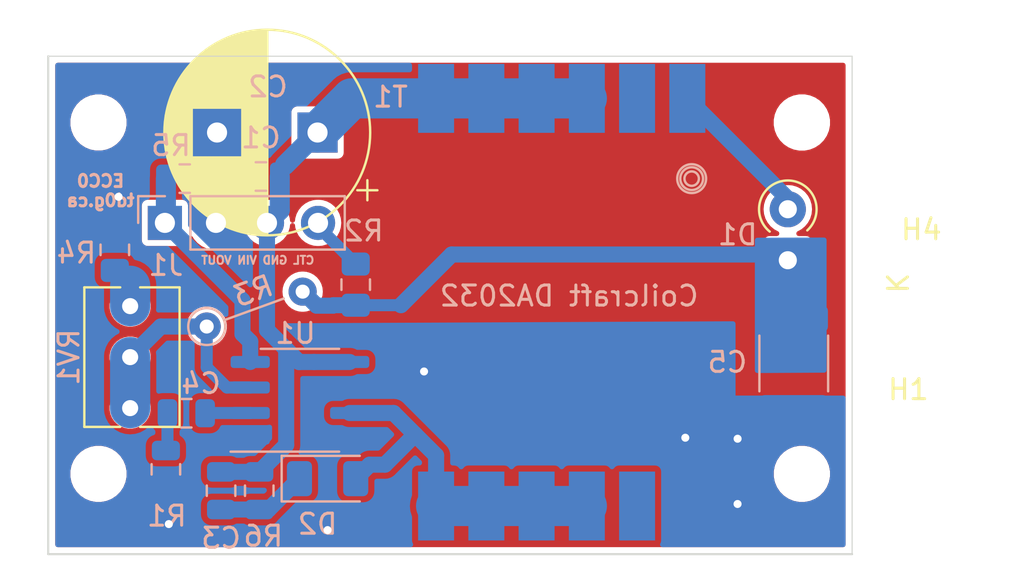
<source format=kicad_pcb>
(kicad_pcb (version 20171130) (host pcbnew "(5.1.4)-1")

  (general
    (thickness 1.6)
    (drawings 10)
    (tracks 67)
    (zones 0)
    (modules 21)
    (nets 13)
  )

  (page A4)
  (layers
    (0 F.Cu signal hide)
    (31 B.Cu signal)
    (32 B.Adhes user)
    (33 F.Adhes user)
    (34 B.Paste user)
    (35 F.Paste user)
    (36 B.SilkS user)
    (37 F.SilkS user)
    (38 B.Mask user)
    (39 F.Mask user)
    (40 Dwgs.User user)
    (41 Cmts.User user)
    (42 Eco1.User user)
    (43 Eco2.User user)
    (44 Edge.Cuts user)
    (45 Margin user)
    (46 B.CrtYd user)
    (47 F.CrtYd user)
    (48 B.Fab user)
    (49 F.Fab user)
  )

  (setup
    (last_trace_width 0.25)
    (user_trace_width 0.6)
    (user_trace_width 0.8)
    (user_trace_width 1)
    (user_trace_width 1.5)
    (user_trace_width 2)
    (trace_clearance 0.2)
    (zone_clearance 0.3)
    (zone_45_only no)
    (trace_min 0.2)
    (via_size 0.8)
    (via_drill 0.4)
    (via_min_size 0.4)
    (via_min_drill 0.3)
    (uvia_size 0.3)
    (uvia_drill 0.1)
    (uvias_allowed no)
    (uvia_min_size 0.2)
    (uvia_min_drill 0.1)
    (edge_width 0.05)
    (segment_width 0.2)
    (pcb_text_width 0.3)
    (pcb_text_size 1.5 1.5)
    (mod_edge_width 0.12)
    (mod_text_size 1 1)
    (mod_text_width 0.15)
    (pad_size 1.524 1.524)
    (pad_drill 0.762)
    (pad_to_mask_clearance 0.051)
    (solder_mask_min_width 0.25)
    (aux_axis_origin 121.4 75.6)
    (visible_elements 7FFFFFFF)
    (pcbplotparams
      (layerselection 0x010f0_ffffffff)
      (usegerberextensions false)
      (usegerberattributes false)
      (usegerberadvancedattributes false)
      (creategerberjobfile false)
      (excludeedgelayer true)
      (linewidth 0.100000)
      (plotframeref false)
      (viasonmask false)
      (mode 1)
      (useauxorigin true)
      (hpglpennumber 1)
      (hpglpenspeed 20)
      (hpglpendiameter 15.000000)
      (psnegative false)
      (psa4output false)
      (plotreference true)
      (plotvalue true)
      (plotinvisibletext false)
      (padsonsilk false)
      (subtractmaskfromsilk false)
      (outputformat 1)
      (mirror false)
      (drillshape 0)
      (scaleselection 1)
      (outputdirectory ""))
  )

  (net 0 "")
  (net 1 GND)
  (net 2 "Net-(C4-Pad2)")
  (net 3 "Net-(C4-Pad1)")
  (net 4 "Net-(J1-Pad1)")
  (net 5 "Net-(R3-Pad1)")
  (net 6 "Net-(R4-Pad2)")
  (net 7 "Net-(C5-Pad1)")
  (net 8 "Net-(C3-Pad2)")
  (net 9 "Net-(J1-Pad4)")
  (net 10 "Net-(D2-Pad2)")
  (net 11 +BATT)
  (net 12 "Net-(D1-Pad2)")

  (net_class Default "This is the default net class."
    (clearance 0.2)
    (trace_width 0.25)
    (via_dia 0.8)
    (via_drill 0.4)
    (uvia_dia 0.3)
    (uvia_drill 0.1)
    (add_net +BATT)
    (add_net GND)
    (add_net "Net-(C3-Pad2)")
    (add_net "Net-(C4-Pad1)")
    (add_net "Net-(C4-Pad2)")
    (add_net "Net-(C5-Pad1)")
    (add_net "Net-(D1-Pad2)")
    (add_net "Net-(D2-Pad2)")
    (add_net "Net-(J1-Pad1)")
    (add_net "Net-(J1-Pad4)")
    (add_net "Net-(R3-Pad1)")
    (add_net "Net-(R4-Pad2)")
  )

  (module Capacitor_THT:CP_Radial_D10.0mm_P5.00mm (layer F.Cu) (tedit 5AE50EF1) (tstamp 5EC74150)
    (at 134.8 54.6 180)
    (descr "CP, Radial series, Radial, pin pitch=5.00mm, , diameter=10mm, Electrolytic Capacitor")
    (tags "CP Radial series Radial pin pitch 5.00mm  diameter 10mm Electrolytic Capacitor")
    (path /5EC75DFF)
    (fp_text reference C2 (at 2.466 2.276) (layer B.SilkS)
      (effects (font (size 1 1) (thickness 0.15)) (justify mirror))
    )
    (fp_text value 1000uF (at 2.5 6.25) (layer F.Fab)
      (effects (font (size 1 1) (thickness 0.15)))
    )
    (fp_text user %R (at 2.5 0) (layer F.Fab)
      (effects (font (size 1 1) (thickness 0.15)))
    )
    (fp_line (start -2.479646 -3.375) (end -2.479646 -2.375) (layer F.SilkS) (width 0.12))
    (fp_line (start -2.979646 -2.875) (end -1.979646 -2.875) (layer F.SilkS) (width 0.12))
    (fp_line (start 7.581 -0.599) (end 7.581 0.599) (layer F.SilkS) (width 0.12))
    (fp_line (start 7.541 -0.862) (end 7.541 0.862) (layer F.SilkS) (width 0.12))
    (fp_line (start 7.501 -1.062) (end 7.501 1.062) (layer F.SilkS) (width 0.12))
    (fp_line (start 7.461 -1.23) (end 7.461 1.23) (layer F.SilkS) (width 0.12))
    (fp_line (start 7.421 -1.378) (end 7.421 1.378) (layer F.SilkS) (width 0.12))
    (fp_line (start 7.381 -1.51) (end 7.381 1.51) (layer F.SilkS) (width 0.12))
    (fp_line (start 7.341 -1.63) (end 7.341 1.63) (layer F.SilkS) (width 0.12))
    (fp_line (start 7.301 -1.742) (end 7.301 1.742) (layer F.SilkS) (width 0.12))
    (fp_line (start 7.261 -1.846) (end 7.261 1.846) (layer F.SilkS) (width 0.12))
    (fp_line (start 7.221 -1.944) (end 7.221 1.944) (layer F.SilkS) (width 0.12))
    (fp_line (start 7.181 -2.037) (end 7.181 2.037) (layer F.SilkS) (width 0.12))
    (fp_line (start 7.141 -2.125) (end 7.141 2.125) (layer F.SilkS) (width 0.12))
    (fp_line (start 7.101 -2.209) (end 7.101 2.209) (layer F.SilkS) (width 0.12))
    (fp_line (start 7.061 -2.289) (end 7.061 2.289) (layer F.SilkS) (width 0.12))
    (fp_line (start 7.021 -2.365) (end 7.021 2.365) (layer F.SilkS) (width 0.12))
    (fp_line (start 6.981 -2.439) (end 6.981 2.439) (layer F.SilkS) (width 0.12))
    (fp_line (start 6.941 -2.51) (end 6.941 2.51) (layer F.SilkS) (width 0.12))
    (fp_line (start 6.901 -2.579) (end 6.901 2.579) (layer F.SilkS) (width 0.12))
    (fp_line (start 6.861 -2.645) (end 6.861 2.645) (layer F.SilkS) (width 0.12))
    (fp_line (start 6.821 -2.709) (end 6.821 2.709) (layer F.SilkS) (width 0.12))
    (fp_line (start 6.781 -2.77) (end 6.781 2.77) (layer F.SilkS) (width 0.12))
    (fp_line (start 6.741 -2.83) (end 6.741 2.83) (layer F.SilkS) (width 0.12))
    (fp_line (start 6.701 -2.889) (end 6.701 2.889) (layer F.SilkS) (width 0.12))
    (fp_line (start 6.661 -2.945) (end 6.661 2.945) (layer F.SilkS) (width 0.12))
    (fp_line (start 6.621 -3) (end 6.621 3) (layer F.SilkS) (width 0.12))
    (fp_line (start 6.581 -3.054) (end 6.581 3.054) (layer F.SilkS) (width 0.12))
    (fp_line (start 6.541 -3.106) (end 6.541 3.106) (layer F.SilkS) (width 0.12))
    (fp_line (start 6.501 -3.156) (end 6.501 3.156) (layer F.SilkS) (width 0.12))
    (fp_line (start 6.461 -3.206) (end 6.461 3.206) (layer F.SilkS) (width 0.12))
    (fp_line (start 6.421 -3.254) (end 6.421 3.254) (layer F.SilkS) (width 0.12))
    (fp_line (start 6.381 -3.301) (end 6.381 3.301) (layer F.SilkS) (width 0.12))
    (fp_line (start 6.341 -3.347) (end 6.341 3.347) (layer F.SilkS) (width 0.12))
    (fp_line (start 6.301 -3.392) (end 6.301 3.392) (layer F.SilkS) (width 0.12))
    (fp_line (start 6.261 -3.436) (end 6.261 3.436) (layer F.SilkS) (width 0.12))
    (fp_line (start 6.221 1.241) (end 6.221 3.478) (layer F.SilkS) (width 0.12))
    (fp_line (start 6.221 -3.478) (end 6.221 -1.241) (layer F.SilkS) (width 0.12))
    (fp_line (start 6.181 1.241) (end 6.181 3.52) (layer F.SilkS) (width 0.12))
    (fp_line (start 6.181 -3.52) (end 6.181 -1.241) (layer F.SilkS) (width 0.12))
    (fp_line (start 6.141 1.241) (end 6.141 3.561) (layer F.SilkS) (width 0.12))
    (fp_line (start 6.141 -3.561) (end 6.141 -1.241) (layer F.SilkS) (width 0.12))
    (fp_line (start 6.101 1.241) (end 6.101 3.601) (layer F.SilkS) (width 0.12))
    (fp_line (start 6.101 -3.601) (end 6.101 -1.241) (layer F.SilkS) (width 0.12))
    (fp_line (start 6.061 1.241) (end 6.061 3.64) (layer F.SilkS) (width 0.12))
    (fp_line (start 6.061 -3.64) (end 6.061 -1.241) (layer F.SilkS) (width 0.12))
    (fp_line (start 6.021 1.241) (end 6.021 3.679) (layer F.SilkS) (width 0.12))
    (fp_line (start 6.021 -3.679) (end 6.021 -1.241) (layer F.SilkS) (width 0.12))
    (fp_line (start 5.981 1.241) (end 5.981 3.716) (layer F.SilkS) (width 0.12))
    (fp_line (start 5.981 -3.716) (end 5.981 -1.241) (layer F.SilkS) (width 0.12))
    (fp_line (start 5.941 1.241) (end 5.941 3.753) (layer F.SilkS) (width 0.12))
    (fp_line (start 5.941 -3.753) (end 5.941 -1.241) (layer F.SilkS) (width 0.12))
    (fp_line (start 5.901 1.241) (end 5.901 3.789) (layer F.SilkS) (width 0.12))
    (fp_line (start 5.901 -3.789) (end 5.901 -1.241) (layer F.SilkS) (width 0.12))
    (fp_line (start 5.861 1.241) (end 5.861 3.824) (layer F.SilkS) (width 0.12))
    (fp_line (start 5.861 -3.824) (end 5.861 -1.241) (layer F.SilkS) (width 0.12))
    (fp_line (start 5.821 1.241) (end 5.821 3.858) (layer F.SilkS) (width 0.12))
    (fp_line (start 5.821 -3.858) (end 5.821 -1.241) (layer F.SilkS) (width 0.12))
    (fp_line (start 5.781 1.241) (end 5.781 3.892) (layer F.SilkS) (width 0.12))
    (fp_line (start 5.781 -3.892) (end 5.781 -1.241) (layer F.SilkS) (width 0.12))
    (fp_line (start 5.741 1.241) (end 5.741 3.925) (layer F.SilkS) (width 0.12))
    (fp_line (start 5.741 -3.925) (end 5.741 -1.241) (layer F.SilkS) (width 0.12))
    (fp_line (start 5.701 1.241) (end 5.701 3.957) (layer F.SilkS) (width 0.12))
    (fp_line (start 5.701 -3.957) (end 5.701 -1.241) (layer F.SilkS) (width 0.12))
    (fp_line (start 5.661 1.241) (end 5.661 3.989) (layer F.SilkS) (width 0.12))
    (fp_line (start 5.661 -3.989) (end 5.661 -1.241) (layer F.SilkS) (width 0.12))
    (fp_line (start 5.621 1.241) (end 5.621 4.02) (layer F.SilkS) (width 0.12))
    (fp_line (start 5.621 -4.02) (end 5.621 -1.241) (layer F.SilkS) (width 0.12))
    (fp_line (start 5.581 1.241) (end 5.581 4.05) (layer F.SilkS) (width 0.12))
    (fp_line (start 5.581 -4.05) (end 5.581 -1.241) (layer F.SilkS) (width 0.12))
    (fp_line (start 5.541 1.241) (end 5.541 4.08) (layer F.SilkS) (width 0.12))
    (fp_line (start 5.541 -4.08) (end 5.541 -1.241) (layer F.SilkS) (width 0.12))
    (fp_line (start 5.501 1.241) (end 5.501 4.11) (layer F.SilkS) (width 0.12))
    (fp_line (start 5.501 -4.11) (end 5.501 -1.241) (layer F.SilkS) (width 0.12))
    (fp_line (start 5.461 1.241) (end 5.461 4.138) (layer F.SilkS) (width 0.12))
    (fp_line (start 5.461 -4.138) (end 5.461 -1.241) (layer F.SilkS) (width 0.12))
    (fp_line (start 5.421 1.241) (end 5.421 4.166) (layer F.SilkS) (width 0.12))
    (fp_line (start 5.421 -4.166) (end 5.421 -1.241) (layer F.SilkS) (width 0.12))
    (fp_line (start 5.381 1.241) (end 5.381 4.194) (layer F.SilkS) (width 0.12))
    (fp_line (start 5.381 -4.194) (end 5.381 -1.241) (layer F.SilkS) (width 0.12))
    (fp_line (start 5.341 1.241) (end 5.341 4.221) (layer F.SilkS) (width 0.12))
    (fp_line (start 5.341 -4.221) (end 5.341 -1.241) (layer F.SilkS) (width 0.12))
    (fp_line (start 5.301 1.241) (end 5.301 4.247) (layer F.SilkS) (width 0.12))
    (fp_line (start 5.301 -4.247) (end 5.301 -1.241) (layer F.SilkS) (width 0.12))
    (fp_line (start 5.261 1.241) (end 5.261 4.273) (layer F.SilkS) (width 0.12))
    (fp_line (start 5.261 -4.273) (end 5.261 -1.241) (layer F.SilkS) (width 0.12))
    (fp_line (start 5.221 1.241) (end 5.221 4.298) (layer F.SilkS) (width 0.12))
    (fp_line (start 5.221 -4.298) (end 5.221 -1.241) (layer F.SilkS) (width 0.12))
    (fp_line (start 5.181 1.241) (end 5.181 4.323) (layer F.SilkS) (width 0.12))
    (fp_line (start 5.181 -4.323) (end 5.181 -1.241) (layer F.SilkS) (width 0.12))
    (fp_line (start 5.141 1.241) (end 5.141 4.347) (layer F.SilkS) (width 0.12))
    (fp_line (start 5.141 -4.347) (end 5.141 -1.241) (layer F.SilkS) (width 0.12))
    (fp_line (start 5.101 1.241) (end 5.101 4.371) (layer F.SilkS) (width 0.12))
    (fp_line (start 5.101 -4.371) (end 5.101 -1.241) (layer F.SilkS) (width 0.12))
    (fp_line (start 5.061 1.241) (end 5.061 4.395) (layer F.SilkS) (width 0.12))
    (fp_line (start 5.061 -4.395) (end 5.061 -1.241) (layer F.SilkS) (width 0.12))
    (fp_line (start 5.021 1.241) (end 5.021 4.417) (layer F.SilkS) (width 0.12))
    (fp_line (start 5.021 -4.417) (end 5.021 -1.241) (layer F.SilkS) (width 0.12))
    (fp_line (start 4.981 1.241) (end 4.981 4.44) (layer F.SilkS) (width 0.12))
    (fp_line (start 4.981 -4.44) (end 4.981 -1.241) (layer F.SilkS) (width 0.12))
    (fp_line (start 4.941 1.241) (end 4.941 4.462) (layer F.SilkS) (width 0.12))
    (fp_line (start 4.941 -4.462) (end 4.941 -1.241) (layer F.SilkS) (width 0.12))
    (fp_line (start 4.901 1.241) (end 4.901 4.483) (layer F.SilkS) (width 0.12))
    (fp_line (start 4.901 -4.483) (end 4.901 -1.241) (layer F.SilkS) (width 0.12))
    (fp_line (start 4.861 1.241) (end 4.861 4.504) (layer F.SilkS) (width 0.12))
    (fp_line (start 4.861 -4.504) (end 4.861 -1.241) (layer F.SilkS) (width 0.12))
    (fp_line (start 4.821 1.241) (end 4.821 4.525) (layer F.SilkS) (width 0.12))
    (fp_line (start 4.821 -4.525) (end 4.821 -1.241) (layer F.SilkS) (width 0.12))
    (fp_line (start 4.781 1.241) (end 4.781 4.545) (layer F.SilkS) (width 0.12))
    (fp_line (start 4.781 -4.545) (end 4.781 -1.241) (layer F.SilkS) (width 0.12))
    (fp_line (start 4.741 1.241) (end 4.741 4.564) (layer F.SilkS) (width 0.12))
    (fp_line (start 4.741 -4.564) (end 4.741 -1.241) (layer F.SilkS) (width 0.12))
    (fp_line (start 4.701 1.241) (end 4.701 4.584) (layer F.SilkS) (width 0.12))
    (fp_line (start 4.701 -4.584) (end 4.701 -1.241) (layer F.SilkS) (width 0.12))
    (fp_line (start 4.661 1.241) (end 4.661 4.603) (layer F.SilkS) (width 0.12))
    (fp_line (start 4.661 -4.603) (end 4.661 -1.241) (layer F.SilkS) (width 0.12))
    (fp_line (start 4.621 1.241) (end 4.621 4.621) (layer F.SilkS) (width 0.12))
    (fp_line (start 4.621 -4.621) (end 4.621 -1.241) (layer F.SilkS) (width 0.12))
    (fp_line (start 4.581 1.241) (end 4.581 4.639) (layer F.SilkS) (width 0.12))
    (fp_line (start 4.581 -4.639) (end 4.581 -1.241) (layer F.SilkS) (width 0.12))
    (fp_line (start 4.541 1.241) (end 4.541 4.657) (layer F.SilkS) (width 0.12))
    (fp_line (start 4.541 -4.657) (end 4.541 -1.241) (layer F.SilkS) (width 0.12))
    (fp_line (start 4.501 1.241) (end 4.501 4.674) (layer F.SilkS) (width 0.12))
    (fp_line (start 4.501 -4.674) (end 4.501 -1.241) (layer F.SilkS) (width 0.12))
    (fp_line (start 4.461 1.241) (end 4.461 4.69) (layer F.SilkS) (width 0.12))
    (fp_line (start 4.461 -4.69) (end 4.461 -1.241) (layer F.SilkS) (width 0.12))
    (fp_line (start 4.421 1.241) (end 4.421 4.707) (layer F.SilkS) (width 0.12))
    (fp_line (start 4.421 -4.707) (end 4.421 -1.241) (layer F.SilkS) (width 0.12))
    (fp_line (start 4.381 1.241) (end 4.381 4.723) (layer F.SilkS) (width 0.12))
    (fp_line (start 4.381 -4.723) (end 4.381 -1.241) (layer F.SilkS) (width 0.12))
    (fp_line (start 4.341 1.241) (end 4.341 4.738) (layer F.SilkS) (width 0.12))
    (fp_line (start 4.341 -4.738) (end 4.341 -1.241) (layer F.SilkS) (width 0.12))
    (fp_line (start 4.301 1.241) (end 4.301 4.754) (layer F.SilkS) (width 0.12))
    (fp_line (start 4.301 -4.754) (end 4.301 -1.241) (layer F.SilkS) (width 0.12))
    (fp_line (start 4.261 1.241) (end 4.261 4.768) (layer F.SilkS) (width 0.12))
    (fp_line (start 4.261 -4.768) (end 4.261 -1.241) (layer F.SilkS) (width 0.12))
    (fp_line (start 4.221 1.241) (end 4.221 4.783) (layer F.SilkS) (width 0.12))
    (fp_line (start 4.221 -4.783) (end 4.221 -1.241) (layer F.SilkS) (width 0.12))
    (fp_line (start 4.181 1.241) (end 4.181 4.797) (layer F.SilkS) (width 0.12))
    (fp_line (start 4.181 -4.797) (end 4.181 -1.241) (layer F.SilkS) (width 0.12))
    (fp_line (start 4.141 1.241) (end 4.141 4.811) (layer F.SilkS) (width 0.12))
    (fp_line (start 4.141 -4.811) (end 4.141 -1.241) (layer F.SilkS) (width 0.12))
    (fp_line (start 4.101 1.241) (end 4.101 4.824) (layer F.SilkS) (width 0.12))
    (fp_line (start 4.101 -4.824) (end 4.101 -1.241) (layer F.SilkS) (width 0.12))
    (fp_line (start 4.061 1.241) (end 4.061 4.837) (layer F.SilkS) (width 0.12))
    (fp_line (start 4.061 -4.837) (end 4.061 -1.241) (layer F.SilkS) (width 0.12))
    (fp_line (start 4.021 1.241) (end 4.021 4.85) (layer F.SilkS) (width 0.12))
    (fp_line (start 4.021 -4.85) (end 4.021 -1.241) (layer F.SilkS) (width 0.12))
    (fp_line (start 3.981 1.241) (end 3.981 4.862) (layer F.SilkS) (width 0.12))
    (fp_line (start 3.981 -4.862) (end 3.981 -1.241) (layer F.SilkS) (width 0.12))
    (fp_line (start 3.941 1.241) (end 3.941 4.874) (layer F.SilkS) (width 0.12))
    (fp_line (start 3.941 -4.874) (end 3.941 -1.241) (layer F.SilkS) (width 0.12))
    (fp_line (start 3.901 1.241) (end 3.901 4.885) (layer F.SilkS) (width 0.12))
    (fp_line (start 3.901 -4.885) (end 3.901 -1.241) (layer F.SilkS) (width 0.12))
    (fp_line (start 3.861 1.241) (end 3.861 4.897) (layer F.SilkS) (width 0.12))
    (fp_line (start 3.861 -4.897) (end 3.861 -1.241) (layer F.SilkS) (width 0.12))
    (fp_line (start 3.821 1.241) (end 3.821 4.907) (layer F.SilkS) (width 0.12))
    (fp_line (start 3.821 -4.907) (end 3.821 -1.241) (layer F.SilkS) (width 0.12))
    (fp_line (start 3.781 1.241) (end 3.781 4.918) (layer F.SilkS) (width 0.12))
    (fp_line (start 3.781 -4.918) (end 3.781 -1.241) (layer F.SilkS) (width 0.12))
    (fp_line (start 3.741 -4.928) (end 3.741 4.928) (layer F.SilkS) (width 0.12))
    (fp_line (start 3.701 -4.938) (end 3.701 4.938) (layer F.SilkS) (width 0.12))
    (fp_line (start 3.661 -4.947) (end 3.661 4.947) (layer F.SilkS) (width 0.12))
    (fp_line (start 3.621 -4.956) (end 3.621 4.956) (layer F.SilkS) (width 0.12))
    (fp_line (start 3.581 -4.965) (end 3.581 4.965) (layer F.SilkS) (width 0.12))
    (fp_line (start 3.541 -4.974) (end 3.541 4.974) (layer F.SilkS) (width 0.12))
    (fp_line (start 3.501 -4.982) (end 3.501 4.982) (layer F.SilkS) (width 0.12))
    (fp_line (start 3.461 -4.99) (end 3.461 4.99) (layer F.SilkS) (width 0.12))
    (fp_line (start 3.421 -4.997) (end 3.421 4.997) (layer F.SilkS) (width 0.12))
    (fp_line (start 3.381 -5.004) (end 3.381 5.004) (layer F.SilkS) (width 0.12))
    (fp_line (start 3.341 -5.011) (end 3.341 5.011) (layer F.SilkS) (width 0.12))
    (fp_line (start 3.301 -5.018) (end 3.301 5.018) (layer F.SilkS) (width 0.12))
    (fp_line (start 3.261 -5.024) (end 3.261 5.024) (layer F.SilkS) (width 0.12))
    (fp_line (start 3.221 -5.03) (end 3.221 5.03) (layer F.SilkS) (width 0.12))
    (fp_line (start 3.18 -5.035) (end 3.18 5.035) (layer F.SilkS) (width 0.12))
    (fp_line (start 3.14 -5.04) (end 3.14 5.04) (layer F.SilkS) (width 0.12))
    (fp_line (start 3.1 -5.045) (end 3.1 5.045) (layer F.SilkS) (width 0.12))
    (fp_line (start 3.06 -5.05) (end 3.06 5.05) (layer F.SilkS) (width 0.12))
    (fp_line (start 3.02 -5.054) (end 3.02 5.054) (layer F.SilkS) (width 0.12))
    (fp_line (start 2.98 -5.058) (end 2.98 5.058) (layer F.SilkS) (width 0.12))
    (fp_line (start 2.94 -5.062) (end 2.94 5.062) (layer F.SilkS) (width 0.12))
    (fp_line (start 2.9 -5.065) (end 2.9 5.065) (layer F.SilkS) (width 0.12))
    (fp_line (start 2.86 -5.068) (end 2.86 5.068) (layer F.SilkS) (width 0.12))
    (fp_line (start 2.82 -5.07) (end 2.82 5.07) (layer F.SilkS) (width 0.12))
    (fp_line (start 2.78 -5.073) (end 2.78 5.073) (layer F.SilkS) (width 0.12))
    (fp_line (start 2.74 -5.075) (end 2.74 5.075) (layer F.SilkS) (width 0.12))
    (fp_line (start 2.7 -5.077) (end 2.7 5.077) (layer F.SilkS) (width 0.12))
    (fp_line (start 2.66 -5.078) (end 2.66 5.078) (layer F.SilkS) (width 0.12))
    (fp_line (start 2.62 -5.079) (end 2.62 5.079) (layer F.SilkS) (width 0.12))
    (fp_line (start 2.58 -5.08) (end 2.58 5.08) (layer F.SilkS) (width 0.12))
    (fp_line (start 2.54 -5.08) (end 2.54 5.08) (layer F.SilkS) (width 0.12))
    (fp_line (start 2.5 -5.08) (end 2.5 5.08) (layer F.SilkS) (width 0.12))
    (fp_line (start -1.288861 -2.6875) (end -1.288861 -1.6875) (layer F.Fab) (width 0.1))
    (fp_line (start -1.788861 -2.1875) (end -0.788861 -2.1875) (layer F.Fab) (width 0.1))
    (fp_circle (center 2.5 0) (end 7.75 0) (layer F.CrtYd) (width 0.05))
    (fp_circle (center 2.5 0) (end 7.62 0) (layer F.SilkS) (width 0.12))
    (fp_circle (center 2.5 0) (end 7.5 0) (layer F.Fab) (width 0.1))
    (pad 2 thru_hole circle (at 5 0 180) (size 2 2) (drill 1) (layers *.Cu *.Mask)
      (net 1 GND))
    (pad 1 thru_hole rect (at 0 0 180) (size 2 2) (drill 1) (layers *.Cu *.Mask)
      (net 11 +BATT))
    (model ${KISYS3DMOD}/Capacitor_THT.3dshapes/CP_Radial_D10.0mm_P5.00mm.wrl
      (at (xyz 0 0 0))
      (scale (xyz 1 1 1))
      (rotate (xyz 0 0 0))
    )
  )

  (module Diode_THT:D_A-405_P2.54mm_Vertical_KathodeUp (layer F.Cu) (tedit 5AE50CD5) (tstamp 5EC5F16F)
    (at 158.2 60.96 90)
    (descr "Diode, A-405 series, Axial, Vertical, pin pitch=2.54mm, , length*diameter=5.2*2.7mm^2, , http://www.diodes.com/_files/packages/A-405.pdf")
    (tags "Diode A-405 series Axial Vertical pin pitch 2.54mm  length 5.2mm diameter 2.7mm")
    (path /5EC38CF6)
    (fp_text reference D1 (at 1.27 -2.498) (layer B.SilkS)
      (effects (font (size 1 1) (thickness 0.15)) (justify mirror))
    )
    (fp_text value "2x 1N4148" (at 1.27 3.359 90) (layer F.Fab)
      (effects (font (size 1 1) (thickness 0.15)))
    )
    (fp_text user K (at -1.14 5.5 90) (layer F.SilkS)
      (effects (font (size 1 1) (thickness 0.15)))
    )
    (fp_text user K (at -1.9 0 90) (layer F.Fab)
      (effects (font (size 1 1) (thickness 0.15)))
    )
    (fp_text user %R (at 1.27 -2.47 90) (layer F.Fab)
      (effects (font (size 1 1) (thickness 0.15)))
    )
    (fp_line (start 4.15 -1.6) (end -1.15 -1.6) (layer F.CrtYd) (width 0.05))
    (fp_line (start 4.15 1.6) (end 4.15 -1.6) (layer F.CrtYd) (width 0.05))
    (fp_line (start -1.15 1.6) (end 4.15 1.6) (layer F.CrtYd) (width 0.05))
    (fp_line (start -1.15 -1.6) (end -1.15 1.6) (layer F.CrtYd) (width 0.05))
    (fp_line (start 0 0) (end 2.54 0) (layer F.Fab) (width 0.1))
    (fp_circle (center 2.54 0) (end 3.89 0) (layer F.Fab) (width 0.1))
    (fp_arc (start 2.54 0) (end 1.426761 -0.9) (angle 278.451986) (layer F.SilkS) (width 0.12))
    (pad 2 thru_hole oval (at 2.54 0 90) (size 1.8 1.8) (drill 0.9) (layers *.Cu *.Mask)
      (net 12 "Net-(D1-Pad2)"))
    (pad 1 thru_hole rect (at 0 0 90) (size 1.8 1.8) (drill 0.9) (layers *.Cu *.Mask)
      (net 7 "Net-(C5-Pad1)"))
    (model ${KISYS3DMOD}/Diode_THT.3dshapes/D_A-405_P2.54mm_Vertical_KathodeUp.wrl
      (at (xyz 0 0 0))
      (scale (xyz 1 1 1))
      (rotate (xyz 0 0 0))
    )
  )

  (module MountingHole:MountingHole_2.2mm_M2 (layer F.Cu) (tedit 56D1B4CB) (tstamp 5EDDD907)
    (at 158.9 54.1)
    (descr "Mounting Hole 2.2mm, no annular, M2")
    (tags "mounting hole 2.2mm no annular m2")
    (path /5EDDEE25)
    (attr virtual)
    (fp_text reference H4 (at 5.946 5.336) (layer F.SilkS)
      (effects (font (size 1 1) (thickness 0.15)))
    )
    (fp_text value MountingHole (at 0 3.2) (layer F.Fab)
      (effects (font (size 1 1) (thickness 0.15)))
    )
    (fp_circle (center 0 0) (end 2.45 0) (layer F.CrtYd) (width 0.05))
    (fp_circle (center 0 0) (end 2.2 0) (layer Cmts.User) (width 0.15))
    (fp_text user %R (at 0.3 0) (layer F.Fab)
      (effects (font (size 1 1) (thickness 0.15)))
    )
    (pad 1 np_thru_hole circle (at 0 0) (size 2.2 2.2) (drill 2.2) (layers *.Cu *.Mask))
  )

  (module Resistor_THT:R_Axial_DIN0204_L3.6mm_D1.6mm_P5.08mm_Vertical (layer B.Cu) (tedit 5AE5139B) (tstamp 5E2959A0)
    (at 129.286 64.262 20)
    (descr "Resistor, Axial_DIN0204 series, Axial, Vertical, pin pitch=5.08mm, 0.167W, length*diameter=3.6*1.6mm^2, http://cdn-reichelt.de/documents/datenblatt/B400/1_4W%23YAG.pdf")
    (tags "Resistor Axial_DIN0204 series Axial Vertical pin pitch 5.08mm 0.167W length 3.6mm diameter 1.6mm")
    (path /5E29C880)
    (fp_text reference R3 (at 2.777088 -0.864304 20) (layer B.SilkS)
      (effects (font (size 1 1) (thickness 0.15)) (justify mirror))
    )
    (fp_text value 470K (at 2.54 -1.92 20) (layer B.Fab)
      (effects (font (size 1 1) (thickness 0.15)) (justify mirror))
    )
    (fp_text user %R (at 2.54 1.92 20) (layer B.Fab)
      (effects (font (size 1 1) (thickness 0.15)) (justify mirror))
    )
    (fp_line (start 6.03 1.05) (end -1.05 1.05) (layer B.CrtYd) (width 0.05))
    (fp_line (start 6.03 -1.05) (end 6.03 1.05) (layer B.CrtYd) (width 0.05))
    (fp_line (start -1.05 -1.05) (end 6.03 -1.05) (layer B.CrtYd) (width 0.05))
    (fp_line (start -1.05 1.05) (end -1.05 -1.05) (layer B.CrtYd) (width 0.05))
    (fp_line (start 0.92 0) (end 4.08 0) (layer B.SilkS) (width 0.12))
    (fp_line (start 0 0) (end 5.08 0) (layer B.Fab) (width 0.1))
    (fp_circle (center 0 0) (end 0.92 0) (layer B.SilkS) (width 0.12))
    (fp_circle (center 0 0) (end 0.8 0) (layer B.Fab) (width 0.1))
    (pad 2 thru_hole oval (at 5.08 0 20) (size 1.4 1.4) (drill 0.7) (layers *.Cu *.Mask)
      (net 7 "Net-(C5-Pad1)"))
    (pad 1 thru_hole circle (at 0 0 20) (size 1.4 1.4) (drill 0.7) (layers *.Cu *.Mask)
      (net 5 "Net-(R3-Pad1)"))
    (model ${KISYS3DMOD}/Resistor_THT.3dshapes/R_Axial_DIN0204_L3.6mm_D1.6mm_P5.08mm_Vertical.wrl
      (at (xyz 0 0 0))
      (scale (xyz 1 1 1))
      (rotate (xyz 0 0 0))
    )
  )

  (module FlybackTranformer:DA2032 (layer B.Cu) (tedit 5EC05A41) (tstamp 5EC0A85D)
    (at 153.2 73.2 90)
    (path /5EC17178)
    (fp_text reference T1 (at 20.368 -14.77 180) (layer B.SilkS)
      (effects (font (size 1 1) (thickness 0.15)) (justify mirror))
    )
    (fp_text value DA2032 (at 0 0.5 90) (layer B.Fab)
      (effects (font (size 1 1) (thickness 0.15)) (justify mirror))
    )
    (fp_line (start 22.4 3.2) (end -2.4 3.2) (layer B.CrtYd) (width 0.12))
    (fp_line (start 22.4 -15.5) (end 22.4 3.2) (layer B.CrtYd) (width 0.12))
    (fp_line (start -2.4 -15.5) (end 22.4 -15.5) (layer B.CrtYd) (width 0.12))
    (fp_line (start -2.4 3.2) (end -2.4 -15.5) (layer B.CrtYd) (width 0.12))
    (fp_line (start 2.66 2.35) (end 17.64 2.35) (layer B.Fab) (width 0.12))
    (fp_line (start 17.64 2.35) (end 17.64 -14.85) (layer B.Fab) (width 0.12))
    (fp_line (start 2.66 -14.85) (end 17.64 -14.85) (layer B.Fab) (width 0.12))
    (fp_line (start 2.66 2.35) (end 2.66 -14.85) (layer B.Fab) (width 0.12))
    (pad 2 smd rect (at 0 -2.5 90) (size 3.43 1.79) (layers B.Cu B.Paste B.Mask))
    (pad 12 smd rect (at 20.3 0 90) (size 3.43 1.79) (layers B.Cu B.Paste B.Mask)
      (net 12 "Net-(D1-Pad2)"))
    (pad 11 smd rect (at 20.3 -2.5 90) (size 3.43 1.79) (layers B.Cu B.Paste B.Mask))
    (pad 8 smd rect (at 20.3 -10 90) (size 3.43 1.79) (layers B.Cu B.Paste B.Mask)
      (net 11 +BATT))
    (pad 9 smd rect (at 20.3 -7.5 90) (size 3.43 1.79) (layers B.Cu B.Paste B.Mask)
      (net 11 +BATT))
    (pad 10 smd rect (at 20.3 -5 90) (size 3.43 1.79) (layers B.Cu B.Paste B.Mask)
      (net 11 +BATT))
    (pad 7 smd rect (at 20.3 -12.5 90) (size 3.43 1.79) (layers B.Cu B.Paste B.Mask)
      (net 11 +BATT))
    (pad 6 smd rect (at 0 -12.5 90) (size 3.43 1.79) (layers B.Cu B.Paste B.Mask)
      (net 10 "Net-(D2-Pad2)"))
    (pad 5 smd rect (at 0 -10 90) (size 3.43 1.79) (layers B.Cu B.Paste B.Mask)
      (net 10 "Net-(D2-Pad2)"))
    (pad 4 smd rect (at 0 -7.5 90) (size 3.43 1.79) (layers B.Cu B.Paste B.Mask)
      (net 10 "Net-(D2-Pad2)"))
    (pad 3 smd rect (at 0 -5 90) (size 3.43 1.79) (layers B.Cu B.Paste B.Mask)
      (net 10 "Net-(D2-Pad2)"))
    (pad 1 smd rect (at 0 0 90) (size 3.43 1.79) (layers B.Cu B.Paste B.Mask)
      (net 1 GND))
  )

  (module Resistor_SMD:R_0805_2012Metric_Pad1.15x1.40mm_HandSolder (layer B.Cu) (tedit 5B36C52B) (tstamp 5E29AE88)
    (at 136.7 62.175 90)
    (descr "Resistor SMD 0805 (2012 Metric), square (rectangular) end terminal, IPC_7351 nominal with elongated pad for handsoldering. (Body size source: https://docs.google.com/spreadsheets/d/1BsfQQcO9C6DZCsRaXUlFlo91Tg2WpOkGARC1WS5S8t0/edit?usp=sharing), generated with kicad-footprint-generator")
    (tags "resistor handsolder")
    (path /5E29F9AE)
    (attr smd)
    (fp_text reference R2 (at 2.675 0.4 180) (layer B.SilkS)
      (effects (font (size 1 1) (thickness 0.15)) (justify mirror))
    )
    (fp_text value 10K (at 0 -1.65 90) (layer B.Fab)
      (effects (font (size 1 1) (thickness 0.15)) (justify mirror))
    )
    (fp_text user %R (at 0 0 90) (layer B.Fab)
      (effects (font (size 0.5 0.5) (thickness 0.08)) (justify mirror))
    )
    (fp_line (start 1.85 -0.95) (end -1.85 -0.95) (layer B.CrtYd) (width 0.05))
    (fp_line (start 1.85 0.95) (end 1.85 -0.95) (layer B.CrtYd) (width 0.05))
    (fp_line (start -1.85 0.95) (end 1.85 0.95) (layer B.CrtYd) (width 0.05))
    (fp_line (start -1.85 -0.95) (end -1.85 0.95) (layer B.CrtYd) (width 0.05))
    (fp_line (start -0.261252 -0.71) (end 0.261252 -0.71) (layer B.SilkS) (width 0.12))
    (fp_line (start -0.261252 0.71) (end 0.261252 0.71) (layer B.SilkS) (width 0.12))
    (fp_line (start 1 -0.6) (end -1 -0.6) (layer B.Fab) (width 0.1))
    (fp_line (start 1 0.6) (end 1 -0.6) (layer B.Fab) (width 0.1))
    (fp_line (start -1 0.6) (end 1 0.6) (layer B.Fab) (width 0.1))
    (fp_line (start -1 -0.6) (end -1 0.6) (layer B.Fab) (width 0.1))
    (pad 2 smd roundrect (at 1.025 0 90) (size 1.15 1.4) (layers B.Cu B.Paste B.Mask) (roundrect_rratio 0.217391)
      (net 9 "Net-(J1-Pad4)"))
    (pad 1 smd roundrect (at -1.025 0 90) (size 1.15 1.4) (layers B.Cu B.Paste B.Mask) (roundrect_rratio 0.217391)
      (net 7 "Net-(C5-Pad1)"))
    (model ${KISYS3DMOD}/Resistor_SMD.3dshapes/R_0805_2012Metric.wrl
      (at (xyz 0 0 0))
      (scale (xyz 1 1 1))
      (rotate (xyz 0 0 0))
    )
  )

  (module Capacitor_SMD:C_1812_4532Metric_Pad1.30x3.40mm_HandSolder (layer B.Cu) (tedit 5B301BBE) (tstamp 5E689750)
    (at 158.496 66.101 270)
    (descr "Capacitor SMD 1812 (4532 Metric), square (rectangular) end terminal, IPC_7351 nominal with elongated pad for handsoldering. (Body size source: https://www.nikhef.nl/pub/departments/mt/projects/detectorR_D/dtddice/ERJ2G.pdf), generated with kicad-footprint-generator")
    (tags "capacitor handsolder")
    (path /5E2ABEDD)
    (attr smd)
    (fp_text reference C5 (at -0.061 3.302 180) (layer B.SilkS)
      (effects (font (size 1 1) (thickness 0.15)) (justify mirror))
    )
    (fp_text value 1uF (at 0 -2.65 90) (layer B.Fab)
      (effects (font (size 1 1) (thickness 0.15)) (justify mirror))
    )
    (fp_text user %R (at 0 0 180) (layer B.Fab)
      (effects (font (size 1 1) (thickness 0.15)) (justify mirror))
    )
    (fp_line (start 3.12 -1.95) (end -3.12 -1.95) (layer B.CrtYd) (width 0.05))
    (fp_line (start 3.12 1.95) (end 3.12 -1.95) (layer B.CrtYd) (width 0.05))
    (fp_line (start -3.12 1.95) (end 3.12 1.95) (layer B.CrtYd) (width 0.05))
    (fp_line (start -3.12 -1.95) (end -3.12 1.95) (layer B.CrtYd) (width 0.05))
    (fp_line (start -1.386252 -1.71) (end 1.386252 -1.71) (layer B.SilkS) (width 0.12))
    (fp_line (start -1.386252 1.71) (end 1.386252 1.71) (layer B.SilkS) (width 0.12))
    (fp_line (start 2.25 -1.6) (end -2.25 -1.6) (layer B.Fab) (width 0.1))
    (fp_line (start 2.25 1.6) (end 2.25 -1.6) (layer B.Fab) (width 0.1))
    (fp_line (start -2.25 1.6) (end 2.25 1.6) (layer B.Fab) (width 0.1))
    (fp_line (start -2.25 -1.6) (end -2.25 1.6) (layer B.Fab) (width 0.1))
    (pad 2 smd roundrect (at 2.225 0 270) (size 1.3 3.4) (layers B.Cu B.Paste B.Mask) (roundrect_rratio 0.192308)
      (net 1 GND))
    (pad 1 smd roundrect (at -2.225 0 270) (size 1.3 3.4) (layers B.Cu B.Paste B.Mask) (roundrect_rratio 0.192308)
      (net 7 "Net-(C5-Pad1)"))
    (model ${KISYS3DMOD}/Capacitor_SMD.3dshapes/C_1812_4532Metric.wrl
      (at (xyz 0 0 0))
      (scale (xyz 1 1 1))
      (rotate (xyz 0 0 0))
    )
  )

  (module MountingHole:MountingHole_2.2mm_M2 (layer F.Cu) (tedit 56D1B4CB) (tstamp 5EC644F7)
    (at 123.9 54.1)
    (descr "Mounting Hole 2.2mm, no annular, M2")
    (tags "mounting hole 2.2mm no annular m2")
    (path /5ECA5424)
    (attr virtual)
    (fp_text reference H3 (at -6.2 -2.3) (layer F.SilkS)
      (effects (font (size 1 1) (thickness 0.15)))
    )
    (fp_text value MountingHole (at 0 3.2) (layer F.Fab)
      (effects (font (size 1 1) (thickness 0.15)))
    )
    (fp_circle (center 0 0) (end 2.45 0) (layer F.CrtYd) (width 0.05))
    (fp_circle (center 0 0) (end 2.2 0) (layer Cmts.User) (width 0.15))
    (fp_text user %R (at 0.2 0) (layer F.Fab)
      (effects (font (size 1 1) (thickness 0.15)))
    )
    (pad 1 np_thru_hole circle (at 0 0) (size 2.2 2.2) (drill 2.2) (layers *.Cu *.Mask))
  )

  (module MountingHole:MountingHole_2.2mm_M2 (layer F.Cu) (tedit 56D1B4CB) (tstamp 5EC644EF)
    (at 123.9 71.6)
    (descr "Mounting Hole 2.2mm, no annular, M2")
    (tags "mounting hole 2.2mm no annular m2")
    (path /5ECA50EF)
    (attr virtual)
    (fp_text reference H2 (at -6.6 -0.6) (layer F.SilkS)
      (effects (font (size 1 1) (thickness 0.15)))
    )
    (fp_text value MountingHole (at 0 3.2) (layer F.Fab)
      (effects (font (size 1 1) (thickness 0.15)))
    )
    (fp_circle (center 0 0) (end 2.45 0) (layer F.CrtYd) (width 0.05))
    (fp_circle (center 0 0) (end 2.2 0) (layer Cmts.User) (width 0.15))
    (fp_text user %R (at 0.3 0) (layer F.Fab)
      (effects (font (size 1 1) (thickness 0.15)))
    )
    (pad 1 np_thru_hole circle (at 0 0) (size 2.2 2.2) (drill 2.2) (layers *.Cu *.Mask))
  )

  (module MountingHole:MountingHole_2.2mm_M2 (layer F.Cu) (tedit 56D1B4CB) (tstamp 5EC644E7)
    (at 158.9 71.6)
    (descr "Mounting Hole 2.2mm, no annular, M2")
    (tags "mounting hole 2.2mm no annular m2")
    (path /5ECA4DE9)
    (attr virtual)
    (fp_text reference H1 (at 5.3 -4.2) (layer F.SilkS)
      (effects (font (size 1 1) (thickness 0.15)))
    )
    (fp_text value MountingHole (at 0 3.2) (layer F.Fab)
      (effects (font (size 1 1) (thickness 0.15)))
    )
    (fp_circle (center 0 0) (end 2.45 0) (layer F.CrtYd) (width 0.05))
    (fp_circle (center 0 0) (end 2.2 0) (layer Cmts.User) (width 0.15))
    (fp_text user %R (at 0.3 0) (layer F.Fab)
      (effects (font (size 1 1) (thickness 0.15)))
    )
    (pad 1 np_thru_hole circle (at 0 0) (size 2.2 2.2) (drill 2.2) (layers *.Cu *.Mask))
  )

  (module Resistor_SMD:R_0805_2012Metric (layer B.Cu) (tedit 5B36C52B) (tstamp 5E29E231)
    (at 128.1915 56.896 180)
    (descr "Resistor SMD 0805 (2012 Metric), square (rectangular) end terminal, IPC_7351 nominal, (Body size source: https://docs.google.com/spreadsheets/d/1BsfQQcO9C6DZCsRaXUlFlo91Tg2WpOkGARC1WS5S8t0/edit?usp=sharing), generated with kicad-footprint-generator")
    (tags resistor)
    (path /5E2AEE02)
    (attr smd)
    (fp_text reference R5 (at 0.6835 1.65) (layer B.SilkS)
      (effects (font (size 1 1) (thickness 0.15)) (justify mirror))
    )
    (fp_text value 470K (at 0 -1.65) (layer B.Fab)
      (effects (font (size 1 1) (thickness 0.15)) (justify mirror))
    )
    (fp_text user %R (at 0 0) (layer B.Fab)
      (effects (font (size 0.5 0.5) (thickness 0.08)) (justify mirror))
    )
    (fp_line (start 1.68 -0.95) (end -1.68 -0.95) (layer B.CrtYd) (width 0.05))
    (fp_line (start 1.68 0.95) (end 1.68 -0.95) (layer B.CrtYd) (width 0.05))
    (fp_line (start -1.68 0.95) (end 1.68 0.95) (layer B.CrtYd) (width 0.05))
    (fp_line (start -1.68 -0.95) (end -1.68 0.95) (layer B.CrtYd) (width 0.05))
    (fp_line (start -0.258578 -0.71) (end 0.258578 -0.71) (layer B.SilkS) (width 0.12))
    (fp_line (start -0.258578 0.71) (end 0.258578 0.71) (layer B.SilkS) (width 0.12))
    (fp_line (start 1 -0.6) (end -1 -0.6) (layer B.Fab) (width 0.1))
    (fp_line (start 1 0.6) (end 1 -0.6) (layer B.Fab) (width 0.1))
    (fp_line (start -1 0.6) (end 1 0.6) (layer B.Fab) (width 0.1))
    (fp_line (start -1 -0.6) (end -1 0.6) (layer B.Fab) (width 0.1))
    (pad 2 smd roundrect (at 0.9375 0 180) (size 0.975 1.4) (layers B.Cu B.Paste B.Mask) (roundrect_rratio 0.25)
      (net 4 "Net-(J1-Pad1)"))
    (pad 1 smd roundrect (at -0.9375 0 180) (size 0.975 1.4) (layers B.Cu B.Paste B.Mask) (roundrect_rratio 0.25)
      (net 1 GND))
    (model ${KISYS3DMOD}/Resistor_SMD.3dshapes/R_0805_2012Metric.wrl
      (at (xyz 0 0 0))
      (scale (xyz 1 1 1))
      (rotate (xyz 0 0 0))
    )
  )

  (module Resistor_SMD:R_0805_2012Metric (layer B.Cu) (tedit 5B36C52B) (tstamp 5ED29278)
    (at 131.9 72.438 270)
    (descr "Resistor SMD 0805 (2012 Metric), square (rectangular) end terminal, IPC_7351 nominal, (Body size source: https://docs.google.com/spreadsheets/d/1BsfQQcO9C6DZCsRaXUlFlo91Tg2WpOkGARC1WS5S8t0/edit?usp=sharing), generated with kicad-footprint-generator")
    (tags resistor)
    (path /5EC61080)
    (attr smd)
    (fp_text reference R6 (at 2.262 -0.2 180) (layer B.SilkS)
      (effects (font (size 1 1) (thickness 0.15)) (justify mirror))
    )
    (fp_text value R (at 0 -1.65 90) (layer B.Fab)
      (effects (font (size 1 1) (thickness 0.15)) (justify mirror))
    )
    (fp_text user %R (at 0 0 90) (layer B.Fab)
      (effects (font (size 0.5 0.5) (thickness 0.08)) (justify mirror))
    )
    (fp_line (start 1.68 -0.95) (end -1.68 -0.95) (layer B.CrtYd) (width 0.05))
    (fp_line (start 1.68 0.95) (end 1.68 -0.95) (layer B.CrtYd) (width 0.05))
    (fp_line (start -1.68 0.95) (end 1.68 0.95) (layer B.CrtYd) (width 0.05))
    (fp_line (start -1.68 -0.95) (end -1.68 0.95) (layer B.CrtYd) (width 0.05))
    (fp_line (start -0.258578 -0.71) (end 0.258578 -0.71) (layer B.SilkS) (width 0.12))
    (fp_line (start -0.258578 0.71) (end 0.258578 0.71) (layer B.SilkS) (width 0.12))
    (fp_line (start 1 -0.6) (end -1 -0.6) (layer B.Fab) (width 0.1))
    (fp_line (start 1 0.6) (end 1 -0.6) (layer B.Fab) (width 0.1))
    (fp_line (start -1 0.6) (end 1 0.6) (layer B.Fab) (width 0.1))
    (fp_line (start -1 -0.6) (end -1 0.6) (layer B.Fab) (width 0.1))
    (pad 2 smd roundrect (at 0.9375 0 270) (size 0.975 1.4) (layers B.Cu B.Paste B.Mask) (roundrect_rratio 0.25)
      (net 8 "Net-(C3-Pad2)"))
    (pad 1 smd roundrect (at -0.9375 0 270) (size 0.975 1.4) (layers B.Cu B.Paste B.Mask) (roundrect_rratio 0.25)
      (net 11 +BATT))
    (model ${KISYS3DMOD}/Resistor_SMD.3dshapes/R_0805_2012Metric.wrl
      (at (xyz 0 0 0))
      (scale (xyz 1 1 1))
      (rotate (xyz 0 0 0))
    )
  )

  (module Diode_SMD:D_1206_3216Metric (layer B.Cu) (tedit 5B301BBE) (tstamp 5ED29244)
    (at 135.3 71.838)
    (descr "Diode SMD 1206 (3216 Metric), square (rectangular) end terminal, IPC_7351 nominal, (Body size source: http://www.tortai-tech.com/upload/download/2011102023233369053.pdf), generated with kicad-footprint-generator")
    (tags diode)
    (path /5EC66D14)
    (attr smd)
    (fp_text reference D2 (at -0.5 2.262) (layer B.SilkS)
      (effects (font (size 1 1) (thickness 0.15)) (justify mirror))
    )
    (fp_text value D_Schottky (at 0 -1.82) (layer B.Fab)
      (effects (font (size 1 1) (thickness 0.15)) (justify mirror))
    )
    (fp_line (start 1.6 0.8) (end -1.2 0.8) (layer B.Fab) (width 0.1))
    (fp_line (start -1.2 0.8) (end -1.6 0.4) (layer B.Fab) (width 0.1))
    (fp_line (start -1.6 0.4) (end -1.6 -0.8) (layer B.Fab) (width 0.1))
    (fp_line (start -1.6 -0.8) (end 1.6 -0.8) (layer B.Fab) (width 0.1))
    (fp_line (start 1.6 -0.8) (end 1.6 0.8) (layer B.Fab) (width 0.1))
    (fp_line (start 1.6 1.135) (end -2.285 1.135) (layer B.SilkS) (width 0.12))
    (fp_line (start -2.285 1.135) (end -2.285 -1.135) (layer B.SilkS) (width 0.12))
    (fp_line (start -2.285 -1.135) (end 1.6 -1.135) (layer B.SilkS) (width 0.12))
    (fp_line (start -2.28 -1.12) (end -2.28 1.12) (layer B.CrtYd) (width 0.05))
    (fp_line (start -2.28 1.12) (end 2.28 1.12) (layer B.CrtYd) (width 0.05))
    (fp_line (start 2.28 1.12) (end 2.28 -1.12) (layer B.CrtYd) (width 0.05))
    (fp_line (start 2.28 -1.12) (end -2.28 -1.12) (layer B.CrtYd) (width 0.05))
    (fp_text user %R (at 0 0) (layer B.Fab)
      (effects (font (size 0.8 0.8) (thickness 0.12)) (justify mirror))
    )
    (pad 1 smd roundrect (at -1.4 0) (size 1.25 1.75) (layers B.Cu B.Paste B.Mask) (roundrect_rratio 0.2)
      (net 8 "Net-(C3-Pad2)"))
    (pad 2 smd roundrect (at 1.4 0) (size 1.25 1.75) (layers B.Cu B.Paste B.Mask) (roundrect_rratio 0.2)
      (net 10 "Net-(D2-Pad2)"))
    (model ${KISYS3DMOD}/Diode_SMD.3dshapes/D_1206_3216Metric.wrl
      (at (xyz 0 0 0))
      (scale (xyz 1 1 1))
      (rotate (xyz 0 0 0))
    )
  )

  (module Capacitor_SMD:C_0805_2012Metric (layer B.Cu) (tedit 5B36C52B) (tstamp 5ED292F3)
    (at 130 72.438 270)
    (descr "Capacitor SMD 0805 (2012 Metric), square (rectangular) end terminal, IPC_7351 nominal, (Body size source: https://docs.google.com/spreadsheets/d/1BsfQQcO9C6DZCsRaXUlFlo91Tg2WpOkGARC1WS5S8t0/edit?usp=sharing), generated with kicad-footprint-generator")
    (tags capacitor)
    (path /5EC6095F)
    (attr smd)
    (fp_text reference C3 (at 2.362 0 180) (layer B.SilkS)
      (effects (font (size 1 1) (thickness 0.15)) (justify mirror))
    )
    (fp_text value C (at 0 -1.65 90) (layer B.Fab)
      (effects (font (size 1 1) (thickness 0.15)) (justify mirror))
    )
    (fp_text user %R (at 0 0 90) (layer B.Fab)
      (effects (font (size 0.5 0.5) (thickness 0.08)) (justify mirror))
    )
    (fp_line (start 1.68 -0.95) (end -1.68 -0.95) (layer B.CrtYd) (width 0.05))
    (fp_line (start 1.68 0.95) (end 1.68 -0.95) (layer B.CrtYd) (width 0.05))
    (fp_line (start -1.68 0.95) (end 1.68 0.95) (layer B.CrtYd) (width 0.05))
    (fp_line (start -1.68 -0.95) (end -1.68 0.95) (layer B.CrtYd) (width 0.05))
    (fp_line (start -0.258578 -0.71) (end 0.258578 -0.71) (layer B.SilkS) (width 0.12))
    (fp_line (start -0.258578 0.71) (end 0.258578 0.71) (layer B.SilkS) (width 0.12))
    (fp_line (start 1 -0.6) (end -1 -0.6) (layer B.Fab) (width 0.1))
    (fp_line (start 1 0.6) (end 1 -0.6) (layer B.Fab) (width 0.1))
    (fp_line (start -1 0.6) (end 1 0.6) (layer B.Fab) (width 0.1))
    (fp_line (start -1 -0.6) (end -1 0.6) (layer B.Fab) (width 0.1))
    (pad 2 smd roundrect (at 0.9375 0 270) (size 0.975 1.4) (layers B.Cu B.Paste B.Mask) (roundrect_rratio 0.25)
      (net 8 "Net-(C3-Pad2)"))
    (pad 1 smd roundrect (at -0.9375 0 270) (size 0.975 1.4) (layers B.Cu B.Paste B.Mask) (roundrect_rratio 0.25)
      (net 11 +BATT))
    (model ${KISYS3DMOD}/Capacitor_SMD.3dshapes/C_0805_2012Metric.wrl
      (at (xyz 0 0 0))
      (scale (xyz 1 1 1))
      (rotate (xyz 0 0 0))
    )
  )

  (module Package_SO:SOIC-8_3.9x4.9mm_P1.27mm (layer B.Cu) (tedit 5C97300E) (tstamp 5ED292B1)
    (at 133.925 67.933)
    (descr "SOIC, 8 Pin (JEDEC MS-012AA, https://www.analog.com/media/en/package-pcb-resources/package/pkg_pdf/soic_narrow-r/r_8.pdf), generated with kicad-footprint-generator ipc_gullwing_generator.py")
    (tags "SOIC SO")
    (path /5E293F19)
    (attr smd)
    (fp_text reference U1 (at -0.225 -3.333) (layer B.SilkS)
      (effects (font (size 1 1) (thickness 0.15)) (justify mirror))
    )
    (fp_text value MIC3172 (at 0 -3.4) (layer B.Fab)
      (effects (font (size 1 1) (thickness 0.15)) (justify mirror))
    )
    (fp_text user %R (at 0 0) (layer B.Fab)
      (effects (font (size 0.98 0.98) (thickness 0.15)) (justify mirror))
    )
    (fp_line (start 3.7 2.7) (end -3.7 2.7) (layer B.CrtYd) (width 0.05))
    (fp_line (start 3.7 -2.7) (end 3.7 2.7) (layer B.CrtYd) (width 0.05))
    (fp_line (start -3.7 -2.7) (end 3.7 -2.7) (layer B.CrtYd) (width 0.05))
    (fp_line (start -3.7 2.7) (end -3.7 -2.7) (layer B.CrtYd) (width 0.05))
    (fp_line (start -1.95 1.475) (end -0.975 2.45) (layer B.Fab) (width 0.1))
    (fp_line (start -1.95 -2.45) (end -1.95 1.475) (layer B.Fab) (width 0.1))
    (fp_line (start 1.95 -2.45) (end -1.95 -2.45) (layer B.Fab) (width 0.1))
    (fp_line (start 1.95 2.45) (end 1.95 -2.45) (layer B.Fab) (width 0.1))
    (fp_line (start -0.975 2.45) (end 1.95 2.45) (layer B.Fab) (width 0.1))
    (fp_line (start 0 2.56) (end -3.45 2.56) (layer B.SilkS) (width 0.12))
    (fp_line (start 0 2.56) (end 1.95 2.56) (layer B.SilkS) (width 0.12))
    (fp_line (start 0 -2.56) (end -1.95 -2.56) (layer B.SilkS) (width 0.12))
    (fp_line (start 0 -2.56) (end 1.95 -2.56) (layer B.SilkS) (width 0.12))
    (pad 8 smd roundrect (at 2.475 1.905) (size 1.95 0.6) (layers B.Cu B.Paste B.Mask) (roundrect_rratio 0.25)
      (net 1 GND))
    (pad 7 smd roundrect (at 2.475 0.635) (size 1.95 0.6) (layers B.Cu B.Paste B.Mask) (roundrect_rratio 0.25)
      (net 10 "Net-(D2-Pad2)"))
    (pad 6 smd roundrect (at 2.475 -0.635) (size 1.95 0.6) (layers B.Cu B.Paste B.Mask) (roundrect_rratio 0.25)
      (net 1 GND))
    (pad 5 smd roundrect (at 2.475 -1.905) (size 1.95 0.6) (layers B.Cu B.Paste B.Mask) (roundrect_rratio 0.25)
      (net 11 +BATT))
    (pad 4 smd roundrect (at -2.475 -1.905) (size 1.95 0.6) (layers B.Cu B.Paste B.Mask) (roundrect_rratio 0.25)
      (net 4 "Net-(J1-Pad1)"))
    (pad 3 smd roundrect (at -2.475 -0.635) (size 1.95 0.6) (layers B.Cu B.Paste B.Mask) (roundrect_rratio 0.25)
      (net 5 "Net-(R3-Pad1)"))
    (pad 2 smd roundrect (at -2.475 0.635) (size 1.95 0.6) (layers B.Cu B.Paste B.Mask) (roundrect_rratio 0.25)
      (net 3 "Net-(C4-Pad1)"))
    (pad 1 smd roundrect (at -2.475 1.905) (size 1.95 0.6) (layers B.Cu B.Paste B.Mask) (roundrect_rratio 0.25)
      (net 1 GND))
    (model ${KISYS3DMOD}/Package_SO.3dshapes/SOIC-8_3.9x4.9mm_P1.27mm.wrl
      (at (xyz 0 0 0))
      (scale (xyz 1 1 1))
      (rotate (xyz 0 0 0))
    )
  )

  (module Connector_PinHeader_2.54mm:PinHeader_1x04_P2.54mm_Vertical (layer B.Cu) (tedit 59FED5CC) (tstamp 5E29596D)
    (at 127.205 59.1 270)
    (descr "Through hole straight pin header, 1x04, 2.54mm pitch, single row")
    (tags "Through hole pin header THT 1x04 2.54mm single row")
    (path /5E2958B2)
    (fp_text reference J1 (at 2.114 -0.049 180) (layer B.SilkS)
      (effects (font (size 1 1) (thickness 0.15)) (justify mirror))
    )
    (fp_text value Conn_01x04_Male (at 0 -9.95 270) (layer B.Fab)
      (effects (font (size 1 1) (thickness 0.15)) (justify mirror))
    )
    (fp_text user %R (at 0 -3.81) (layer B.Fab)
      (effects (font (size 1 1) (thickness 0.15)) (justify mirror))
    )
    (fp_line (start 1.8 1.8) (end -1.8 1.8) (layer B.CrtYd) (width 0.05))
    (fp_line (start 1.8 -9.4) (end 1.8 1.8) (layer B.CrtYd) (width 0.05))
    (fp_line (start -1.8 -9.4) (end 1.8 -9.4) (layer B.CrtYd) (width 0.05))
    (fp_line (start -1.8 1.8) (end -1.8 -9.4) (layer B.CrtYd) (width 0.05))
    (fp_line (start -1.33 1.33) (end 0 1.33) (layer B.SilkS) (width 0.12))
    (fp_line (start -1.33 0) (end -1.33 1.33) (layer B.SilkS) (width 0.12))
    (fp_line (start -1.33 -1.27) (end 1.33 -1.27) (layer B.SilkS) (width 0.12))
    (fp_line (start 1.33 -1.27) (end 1.33 -8.95) (layer B.SilkS) (width 0.12))
    (fp_line (start -1.33 -1.27) (end -1.33 -8.95) (layer B.SilkS) (width 0.12))
    (fp_line (start -1.33 -8.95) (end 1.33 -8.95) (layer B.SilkS) (width 0.12))
    (fp_line (start -1.27 0.635) (end -0.635 1.27) (layer B.Fab) (width 0.1))
    (fp_line (start -1.27 -8.89) (end -1.27 0.635) (layer B.Fab) (width 0.1))
    (fp_line (start 1.27 -8.89) (end -1.27 -8.89) (layer B.Fab) (width 0.1))
    (fp_line (start 1.27 1.27) (end 1.27 -8.89) (layer B.Fab) (width 0.1))
    (fp_line (start -0.635 1.27) (end 1.27 1.27) (layer B.Fab) (width 0.1))
    (pad 4 thru_hole oval (at 0 -7.62 270) (size 1.7 1.7) (drill 1) (layers *.Cu *.Mask)
      (net 9 "Net-(J1-Pad4)"))
    (pad 3 thru_hole oval (at 0 -5.08 270) (size 1.7 1.7) (drill 1) (layers *.Cu *.Mask)
      (net 11 +BATT))
    (pad 2 thru_hole oval (at 0 -2.54 270) (size 1.7 1.7) (drill 1) (layers *.Cu *.Mask)
      (net 1 GND))
    (pad 1 thru_hole rect (at 0 0 270) (size 1.7 1.7) (drill 1) (layers *.Cu *.Mask)
      (net 4 "Net-(J1-Pad1)"))
    (model ${KISYS3DMOD}/Connector_PinHeader_2.54mm.3dshapes/PinHeader_1x04_P2.54mm_Vertical.wrl
      (at (xyz 0 0 0))
      (scale (xyz 1 1 1))
      (rotate (xyz 0 0 0))
    )
  )

  (module Resistor_SMD:R_0805_2012Metric_Pad1.15x1.40mm_HandSolder (layer B.Cu) (tedit 5B36C52B) (tstamp 5E2959B1)
    (at 124.714 60.443 270)
    (descr "Resistor SMD 0805 (2012 Metric), square (rectangular) end terminal, IPC_7351 nominal with elongated pad for handsoldering. (Body size source: https://docs.google.com/spreadsheets/d/1BsfQQcO9C6DZCsRaXUlFlo91Tg2WpOkGARC1WS5S8t0/edit?usp=sharing), generated with kicad-footprint-generator")
    (tags "resistor handsolder")
    (path /5E29A61C)
    (attr smd)
    (fp_text reference R4 (at 0.157 1.914 180) (layer B.SilkS)
      (effects (font (size 1 1) (thickness 0.15)) (justify mirror))
    )
    (fp_text value 2.7K (at 0 -1.65 90) (layer B.Fab)
      (effects (font (size 1 1) (thickness 0.15)) (justify mirror))
    )
    (fp_text user %R (at 0 0 90) (layer B.Fab)
      (effects (font (size 0.5 0.5) (thickness 0.08)) (justify mirror))
    )
    (fp_line (start 1.85 -0.95) (end -1.85 -0.95) (layer B.CrtYd) (width 0.05))
    (fp_line (start 1.85 0.95) (end 1.85 -0.95) (layer B.CrtYd) (width 0.05))
    (fp_line (start -1.85 0.95) (end 1.85 0.95) (layer B.CrtYd) (width 0.05))
    (fp_line (start -1.85 -0.95) (end -1.85 0.95) (layer B.CrtYd) (width 0.05))
    (fp_line (start -0.261252 -0.71) (end 0.261252 -0.71) (layer B.SilkS) (width 0.12))
    (fp_line (start -0.261252 0.71) (end 0.261252 0.71) (layer B.SilkS) (width 0.12))
    (fp_line (start 1 -0.6) (end -1 -0.6) (layer B.Fab) (width 0.1))
    (fp_line (start 1 0.6) (end 1 -0.6) (layer B.Fab) (width 0.1))
    (fp_line (start -1 0.6) (end 1 0.6) (layer B.Fab) (width 0.1))
    (fp_line (start -1 -0.6) (end -1 0.6) (layer B.Fab) (width 0.1))
    (pad 2 smd roundrect (at 1.025 0 270) (size 1.15 1.4) (layers B.Cu B.Paste B.Mask) (roundrect_rratio 0.217391)
      (net 6 "Net-(R4-Pad2)"))
    (pad 1 smd roundrect (at -1.025 0 270) (size 1.15 1.4) (layers B.Cu B.Paste B.Mask) (roundrect_rratio 0.217391)
      (net 1 GND))
    (model ${KISYS3DMOD}/Resistor_SMD.3dshapes/R_0805_2012Metric.wrl
      (at (xyz 0 0 0))
      (scale (xyz 1 1 1))
      (rotate (xyz 0 0 0))
    )
  )

  (module Capacitor_SMD:C_0805_2012Metric (layer B.Cu) (tedit 5B36C52B) (tstamp 5E295890)
    (at 131.9825 56.79)
    (descr "Capacitor SMD 0805 (2012 Metric), square (rectangular) end terminal, IPC_7351 nominal, (Body size source: https://docs.google.com/spreadsheets/d/1BsfQQcO9C6DZCsRaXUlFlo91Tg2WpOkGARC1WS5S8t0/edit?usp=sharing), generated with kicad-footprint-generator")
    (tags capacitor)
    (path /5E2AF53E)
    (attr smd)
    (fp_text reference C1 (at 0 -1.926) (layer B.SilkS)
      (effects (font (size 1 1) (thickness 0.15)) (justify mirror))
    )
    (fp_text value 10uF (at 0 -1.65) (layer F.Fab)
      (effects (font (size 1 1) (thickness 0.15)))
    )
    (fp_text user %R (at 0 0) (layer B.Fab)
      (effects (font (size 0.5 0.5) (thickness 0.08)) (justify mirror))
    )
    (fp_line (start 1.68 -0.95) (end -1.68 -0.95) (layer B.CrtYd) (width 0.05))
    (fp_line (start 1.68 0.95) (end 1.68 -0.95) (layer B.CrtYd) (width 0.05))
    (fp_line (start -1.68 0.95) (end 1.68 0.95) (layer B.CrtYd) (width 0.05))
    (fp_line (start -1.68 -0.95) (end -1.68 0.95) (layer B.CrtYd) (width 0.05))
    (fp_line (start -0.258578 -0.71) (end 0.258578 -0.71) (layer B.SilkS) (width 0.12))
    (fp_line (start -0.258578 0.71) (end 0.258578 0.71) (layer B.SilkS) (width 0.12))
    (fp_line (start 1 -0.6) (end -1 -0.6) (layer B.Fab) (width 0.1))
    (fp_line (start 1 0.6) (end 1 -0.6) (layer B.Fab) (width 0.1))
    (fp_line (start -1 0.6) (end 1 0.6) (layer B.Fab) (width 0.1))
    (fp_line (start -1 -0.6) (end -1 0.6) (layer B.Fab) (width 0.1))
    (pad 2 smd roundrect (at 0.9375 0) (size 0.975 1.4) (layers B.Cu B.Paste B.Mask) (roundrect_rratio 0.25)
      (net 11 +BATT))
    (pad 1 smd roundrect (at -0.9375 0) (size 0.975 1.4) (layers B.Cu B.Paste B.Mask) (roundrect_rratio 0.25)
      (net 1 GND))
    (model ${KISYS3DMOD}/Capacitor_SMD.3dshapes/C_0805_2012Metric.wrl
      (at (xyz 0 0 0))
      (scale (xyz 1 1 1))
      (rotate (xyz 0 0 0))
    )
  )

  (module Potentiometer_THT:Potentiometer_Bourns_3266Y_Vertical (layer F.Cu) (tedit 5A3D4994) (tstamp 5E2959CD)
    (at 125.476 63.246 90)
    (descr "Potentiometer, vertical, Bourns 3266Y, https://www.bourns.com/docs/Product-Datasheets/3266.pdf")
    (tags "Potentiometer vertical Bourns 3266Y")
    (path /5E299C2A)
    (fp_text reference RV1 (at -2.54 -3.048 90) (layer B.SilkS)
      (effects (font (size 1 1) (thickness 0.15)) (justify mirror))
    )
    (fp_text value 10K (at -2.54 3.59 90) (layer F.Fab)
      (effects (font (size 1 1) (thickness 0.15)))
    )
    (fp_text user %R (at -3.15 0.508 90) (layer F.Fab)
      (effects (font (size 0.92 0.92) (thickness 0.15)))
    )
    (fp_line (start 1.1 -2.45) (end -6.15 -2.45) (layer F.CrtYd) (width 0.05))
    (fp_line (start 1.1 2.6) (end 1.1 -2.45) (layer F.CrtYd) (width 0.05))
    (fp_line (start -6.15 2.6) (end 1.1 2.6) (layer F.CrtYd) (width 0.05))
    (fp_line (start -6.15 -2.45) (end -6.15 2.6) (layer F.CrtYd) (width 0.05))
    (fp_line (start 0.935 0.496) (end 0.935 2.46) (layer F.SilkS) (width 0.12))
    (fp_line (start 0.935 -2.28) (end 0.935 -0.494) (layer F.SilkS) (width 0.12))
    (fp_line (start -6.015 0.496) (end -6.015 2.46) (layer F.SilkS) (width 0.12))
    (fp_line (start -6.015 -2.28) (end -6.015 -0.494) (layer F.SilkS) (width 0.12))
    (fp_line (start -6.015 2.46) (end 0.935 2.46) (layer F.SilkS) (width 0.12))
    (fp_line (start -6.015 -2.28) (end 0.935 -2.28) (layer F.SilkS) (width 0.12))
    (fp_line (start -0.405 1.952) (end -0.404 0.189) (layer F.Fab) (width 0.1))
    (fp_line (start -0.405 1.952) (end -0.404 0.189) (layer F.Fab) (width 0.1))
    (fp_line (start 0.815 -2.16) (end -5.895 -2.16) (layer F.Fab) (width 0.1))
    (fp_line (start 0.815 2.34) (end 0.815 -2.16) (layer F.Fab) (width 0.1))
    (fp_line (start -5.895 2.34) (end 0.815 2.34) (layer F.Fab) (width 0.1))
    (fp_line (start -5.895 -2.16) (end -5.895 2.34) (layer F.Fab) (width 0.1))
    (fp_circle (center -0.405 1.07) (end 0.485 1.07) (layer F.Fab) (width 0.1))
    (pad 3 thru_hole circle (at -5.08 0 90) (size 1.44 1.44) (drill 0.8) (layers *.Cu *.Mask)
      (net 5 "Net-(R3-Pad1)"))
    (pad 2 thru_hole circle (at -2.54 0 90) (size 1.44 1.44) (drill 0.8) (layers *.Cu *.Mask)
      (net 5 "Net-(R3-Pad1)"))
    (pad 1 thru_hole circle (at 0 0 90) (size 1.44 1.44) (drill 0.8) (layers *.Cu *.Mask)
      (net 6 "Net-(R4-Pad2)"))
    (model ${KISYS3DMOD}/Potentiometer_THT.3dshapes/Potentiometer_Bourns_3266Y_Vertical.wrl
      (at (xyz 0 0 0))
      (scale (xyz 1 1 1))
      (rotate (xyz 0 0 0))
    )
  )

  (module Resistor_SMD:R_0805_2012Metric (layer B.Cu) (tedit 5B36C52B) (tstamp 5E29597E)
    (at 127.254 71.374 270)
    (descr "Resistor SMD 0805 (2012 Metric), square (rectangular) end terminal, IPC_7351 nominal, (Body size source: https://docs.google.com/spreadsheets/d/1BsfQQcO9C6DZCsRaXUlFlo91Tg2WpOkGARC1WS5S8t0/edit?usp=sharing), generated with kicad-footprint-generator")
    (tags resistor)
    (path /5E296EBA)
    (attr smd)
    (fp_text reference R1 (at 2.326 -0.046 180) (layer B.SilkS)
      (effects (font (size 1 1) (thickness 0.15)) (justify mirror))
    )
    (fp_text value 1K (at 0 -1.65 90) (layer B.Fab)
      (effects (font (size 1 1) (thickness 0.15)) (justify mirror))
    )
    (fp_text user %R (at 0 0 90) (layer B.Fab)
      (effects (font (size 0.5 0.5) (thickness 0.08)) (justify mirror))
    )
    (fp_line (start 1.68 -0.95) (end -1.68 -0.95) (layer B.CrtYd) (width 0.05))
    (fp_line (start 1.68 0.95) (end 1.68 -0.95) (layer B.CrtYd) (width 0.05))
    (fp_line (start -1.68 0.95) (end 1.68 0.95) (layer B.CrtYd) (width 0.05))
    (fp_line (start -1.68 -0.95) (end -1.68 0.95) (layer B.CrtYd) (width 0.05))
    (fp_line (start -0.258578 -0.71) (end 0.258578 -0.71) (layer B.SilkS) (width 0.12))
    (fp_line (start -0.258578 0.71) (end 0.258578 0.71) (layer B.SilkS) (width 0.12))
    (fp_line (start 1 -0.6) (end -1 -0.6) (layer B.Fab) (width 0.1))
    (fp_line (start 1 0.6) (end 1 -0.6) (layer B.Fab) (width 0.1))
    (fp_line (start -1 0.6) (end 1 0.6) (layer B.Fab) (width 0.1))
    (fp_line (start -1 -0.6) (end -1 0.6) (layer B.Fab) (width 0.1))
    (pad 2 smd roundrect (at 0.9375 0 270) (size 0.975 1.4) (layers B.Cu B.Paste B.Mask) (roundrect_rratio 0.25)
      (net 1 GND))
    (pad 1 smd roundrect (at -0.9375 0 270) (size 0.975 1.4) (layers B.Cu B.Paste B.Mask) (roundrect_rratio 0.25)
      (net 2 "Net-(C4-Pad2)"))
    (model ${KISYS3DMOD}/Resistor_SMD.3dshapes/R_0805_2012Metric.wrl
      (at (xyz 0 0 0))
      (scale (xyz 1 1 1))
      (rotate (xyz 0 0 0))
    )
  )

  (module Capacitor_SMD:C_0805_2012Metric (layer B.Cu) (tedit 5B36C52B) (tstamp 5ED29212)
    (at 128.27 68.58 180)
    (descr "Capacitor SMD 0805 (2012 Metric), square (rectangular) end terminal, IPC_7351 nominal, (Body size source: https://docs.google.com/spreadsheets/d/1BsfQQcO9C6DZCsRaXUlFlo91Tg2WpOkGARC1WS5S8t0/edit?usp=sharing), generated with kicad-footprint-generator")
    (tags capacitor)
    (path /5E296975)
    (attr smd)
    (fp_text reference C4 (at -0.73 1.48) (layer B.SilkS)
      (effects (font (size 1 1) (thickness 0.15)) (justify mirror))
    )
    (fp_text value 1uF (at 0 -1.65) (layer B.Fab)
      (effects (font (size 1 1) (thickness 0.15)) (justify mirror))
    )
    (fp_text user %R (at 0 0) (layer B.Fab)
      (effects (font (size 0.5 0.5) (thickness 0.08)) (justify mirror))
    )
    (fp_line (start 1.68 -0.95) (end -1.68 -0.95) (layer B.CrtYd) (width 0.05))
    (fp_line (start 1.68 0.95) (end 1.68 -0.95) (layer B.CrtYd) (width 0.05))
    (fp_line (start -1.68 0.95) (end 1.68 0.95) (layer B.CrtYd) (width 0.05))
    (fp_line (start -1.68 -0.95) (end -1.68 0.95) (layer B.CrtYd) (width 0.05))
    (fp_line (start -0.258578 -0.71) (end 0.258578 -0.71) (layer B.SilkS) (width 0.12))
    (fp_line (start -0.258578 0.71) (end 0.258578 0.71) (layer B.SilkS) (width 0.12))
    (fp_line (start 1 -0.6) (end -1 -0.6) (layer B.Fab) (width 0.1))
    (fp_line (start 1 0.6) (end 1 -0.6) (layer B.Fab) (width 0.1))
    (fp_line (start -1 0.6) (end 1 0.6) (layer B.Fab) (width 0.1))
    (fp_line (start -1 -0.6) (end -1 0.6) (layer B.Fab) (width 0.1))
    (pad 2 smd roundrect (at 0.9375 0 180) (size 0.975 1.4) (layers B.Cu B.Paste B.Mask) (roundrect_rratio 0.25)
      (net 2 "Net-(C4-Pad2)"))
    (pad 1 smd roundrect (at -0.9375 0 180) (size 0.975 1.4) (layers B.Cu B.Paste B.Mask) (roundrect_rratio 0.25)
      (net 3 "Net-(C4-Pad1)"))
    (model ${KISYS3DMOD}/Capacitor_SMD.3dshapes/C_0805_2012Metric.wrl
      (at (xyz 0 0 0))
      (scale (xyz 1 1 1))
      (rotate (xyz 0 0 0))
    )
  )

  (gr_text "CTL GND VIN VOUT" (at 131.826 60.96) (layer B.SilkS)
    (effects (font (size 0.4 0.4) (thickness 0.1)) (justify mirror))
  )
  (gr_text "Coilcraft DA2032" (at 147.32 62.738) (layer B.SilkS)
    (effects (font (size 1 1) (thickness 0.15)) (justify mirror))
  )
  (gr_circle (center 153.416 56.896) (end 153.67 57.15) (layer B.SilkS) (width 0.12))
  (gr_circle (center 153.416 56.896) (end 153.924 57.15) (layer B.SilkS) (width 0.12))
  (gr_circle (center 153.416 56.896) (end 153.924 57.404) (layer B.SilkS) (width 0.12))
  (gr_text "ECC0\ntd0g.ca" (at 124 57.5) (layer B.SilkS)
    (effects (font (size 0.6 0.6) (thickness 0.15)) (justify mirror))
  )
  (gr_line (start 121.4 50.8) (end 161.4 50.8) (layer Edge.Cuts) (width 0.05))
  (gr_line (start 161.4 75.6) (end 161.4 50.8) (layer Edge.Cuts) (width 0.05))
  (gr_line (start 121.4 75.6) (end 161.4 75.6) (layer Edge.Cuts) (width 0.1) (tstamp 5ED29200))
  (gr_line (start 121.4 50.8) (end 121.4 75.6) (layer Edge.Cuts) (width 0.1))

  (segment (start 132.92 56.79) (end 132.92 56.48) (width 0.8) (layer B.Cu) (net 11))
  (segment (start 132.92 58.465) (end 132.285 59.1) (width 1) (layer B.Cu) (net 11))
  (segment (start 132.92 56.79) (end 132.92 58.465) (width 1) (layer B.Cu) (net 11))
  (segment (start 132.285 59.1) (end 132.285 64.435) (width 0.8) (layer B.Cu) (net 11))
  (segment (start 133.874 66.024) (end 133.878 66.028) (width 0.8) (layer B.Cu) (net 11))
  (segment (start 134.632 66.028) (end 136.4 66.028) (width 0.8) (layer B.Cu) (net 11))
  (segment (start 133.878 66.028) (end 134.632 66.028) (width 0.8) (layer B.Cu) (net 11))
  (segment (start 133.239 70.1615) (end 131.9 71.5005) (width 0.8) (layer B.Cu) (net 11))
  (segment (start 133.239 65.389) (end 133.239 70.1615) (width 0.8) (layer B.Cu) (net 11))
  (segment (start 133.239 65.389) (end 133.874 66.024) (width 0.8) (layer B.Cu) (net 11))
  (segment (start 132.285 64.435) (end 133.239 65.389) (width 0.8) (layer B.Cu) (net 11))
  (segment (start 130 71.5005) (end 131.9 71.5005) (width 0.8) (layer B.Cu) (net 11))
  (segment (start 140.7 52.9) (end 148.2 52.9) (width 2) (layer B.Cu) (net 11))
  (segment (start 136.5 52.9) (end 134.8 54.6) (width 2) (layer B.Cu) (net 11))
  (segment (start 140.7 52.9) (end 136.5 52.9) (width 2) (layer B.Cu) (net 11))
  (segment (start 134.8 54.6) (end 133.181 56.219) (width 1) (layer B.Cu) (net 11))
  (segment (start 132.92 56.48) (end 133.181 56.219) (width 0.8) (layer B.Cu) (net 11))
  (segment (start 129.8 59.045) (end 129.745 59.1) (width 0.8) (layer B.Cu) (net 1))
  (segment (start 129.8 51.9) (end 129.8 59.045) (width 0.8) (layer B.Cu) (net 1))
  (via (at 155.7 73.1) (size 0.8) (drill 0.4) (layers F.Cu B.Cu) (net 1))
  (via (at 153.1 69.8) (size 0.8) (drill 0.4) (layers F.Cu B.Cu) (net 1))
  (via (at 127.4 74.1) (size 0.8) (drill 0.4) (layers F.Cu B.Cu) (net 1))
  (via (at 124.9 57.8) (size 0.8) (drill 0.4) (layers F.Cu B.Cu) (net 1))
  (via (at 140.1 66.5) (size 0.8) (drill 0.4) (layers F.Cu B.Cu) (net 1))
  (via (at 135.3 74.4) (size 0.8) (drill 0.4) (layers F.Cu B.Cu) (net 1))
  (via (at 155.702 69.85) (size 0.8) (drill 0.4) (layers F.Cu B.Cu) (net 1))
  (segment (start 127.3325 70.104) (end 127 70.4365) (width 0.6) (layer B.Cu) (net 2))
  (segment (start 127.3325 68.58) (end 127.3325 70.104) (width 0.6) (layer B.Cu) (net 2))
  (segment (start 129.2195 68.568) (end 129.2075 68.58) (width 0.6) (layer B.Cu) (net 3))
  (segment (start 131.45 68.568) (end 129.2195 68.568) (width 0.6) (layer B.Cu) (net 3))
  (segment (start 127.254 59.051) (end 127.205 59.1) (width 1) (layer B.Cu) (net 4))
  (segment (start 127.254 56.896) (end 127.254 59.051) (width 1) (layer B.Cu) (net 4))
  (segment (start 131.45 65.014227) (end 131.064 64.628227) (width 0.8) (layer B.Cu) (net 4))
  (segment (start 131.45 66.028) (end 131.45 65.014227) (width 0.8) (layer B.Cu) (net 4))
  (segment (start 131.064 62.959) (end 127.205 59.1) (width 0.8) (layer B.Cu) (net 4))
  (segment (start 131.064 64.628227) (end 131.064 62.959) (width 0.8) (layer B.Cu) (net 4))
  (segment (start 125.476 65.786) (end 126.975 64.287) (width 0.6) (layer B.Cu) (net 5))
  (segment (start 131.45 67.298) (end 130.29 67.298) (width 0.6) (layer B.Cu) (net 5))
  (segment (start 129.286 64.743949) (end 129.286 66.294) (width 0.6) (layer B.Cu) (net 5))
  (segment (start 130.29 67.298) (end 129.286 66.294) (width 0.6) (layer B.Cu) (net 5))
  (segment (start 125.476 68.326) (end 125.476 65.786) (width 2) (layer B.Cu) (net 5))
  (segment (start 127 64.262) (end 125.476 65.786) (width 0.8) (layer B.Cu) (net 5))
  (segment (start 129.286 64.262) (end 127 64.262) (width 0.8) (layer B.Cu) (net 5))
  (segment (start 125.476 62.23) (end 124.714 61.468) (width 0.6) (layer B.Cu) (net 6))
  (segment (start 125.476 63.246) (end 125.476 62.23) (width 2) (layer B.Cu) (net 6))
  (segment (start 141.475 60.675) (end 138.95 63.2) (width 0.8) (layer B.Cu) (net 7))
  (segment (start 158.5 60.675) (end 141.475 60.675) (width 0.8) (layer B.Cu) (net 7))
  (segment (start 136.7 63.2) (end 138.95 63.2) (width 0.6) (layer B.Cu) (net 7))
  (segment (start 135.565463 63.224537) (end 135.59 63.2) (width 0.8) (layer B.Cu) (net 7))
  (segment (start 134.759638 63.224537) (end 135.565463 63.224537) (width 0.8) (layer B.Cu) (net 7))
  (segment (start 134.059639 62.524538) (end 134.759638 63.224537) (width 0.8) (layer B.Cu) (net 7))
  (segment (start 135.59 63.2) (end 136.7 63.2) (width 0.8) (layer B.Cu) (net 7))
  (segment (start 130 73.3755) (end 131.9 73.3755) (width 0.8) (layer B.Cu) (net 8))
  (segment (start 132.3625 73.3755) (end 133.9 71.838) (width 0.8) (layer B.Cu) (net 8))
  (segment (start 131.9 73.3755) (end 132.3625 73.3755) (width 0.8) (layer B.Cu) (net 8))
  (segment (start 140.7 70.685) (end 140.7 73.2) (width 0.8) (layer B.Cu) (net 10))
  (segment (start 136.4 68.568) (end 138.583 68.568) (width 0.8) (layer B.Cu) (net 10))
  (segment (start 138.15371 71.14229) (end 139.6555 69.6405) (width 0.8) (layer B.Cu) (net 10))
  (segment (start 137.39571 71.14229) (end 138.15371 71.14229) (width 0.8) (layer B.Cu) (net 10))
  (segment (start 136.7 71.838) (end 137.39571 71.14229) (width 0.8) (layer B.Cu) (net 10))
  (segment (start 138.583 68.568) (end 139.6555 69.6405) (width 0.8) (layer B.Cu) (net 10))
  (segment (start 139.6555 69.6405) (end 140.7 70.685) (width 0.8) (layer B.Cu) (net 10))
  (segment (start 140.7 73.2) (end 148.2 73.2) (width 2) (layer B.Cu) (net 10))
  (segment (start 134.825 59.275) (end 136.7 61.15) (width 0.6) (layer B.Cu) (net 9))
  (segment (start 134.825 59.1) (end 134.825 59.275) (width 0.6) (layer B.Cu) (net 9))
  (segment (start 158.2 57.9) (end 153.2 52.9) (width 0.8) (layer B.Cu) (net 12))
  (segment (start 158.2 58.42) (end 158.2 57.9) (width 0.8) (layer B.Cu) (net 12))

  (zone (net 1) (net_name GND) (layer B.Cu) (tstamp 5EEAE34A) (hatch edge 0.508)
    (priority 1)
    (connect_pads yes (clearance 0.3))
    (min_thickness 0.254)
    (fill yes (arc_segments 32) (thermal_gap 0.508) (thermal_bridge_width 0.508))
    (polygon
      (pts
        (xy 163.4 48.6) (xy 169.970178 75.6) (xy 120 75.8) (xy 119 48)
      )
    )
    (filled_polygon
      (pts
        (xy 139.375934 51.473) (xy 136.570087 51.473) (xy 136.499999 51.466097) (xy 136.429911 51.473) (xy 136.429902 51.473)
        (xy 136.220259 51.493648) (xy 135.951269 51.575245) (xy 135.703366 51.707752) (xy 135.703364 51.707753) (xy 135.703365 51.707753)
        (xy 135.540525 51.841392) (xy 135.540522 51.841395) (xy 135.486077 51.886077) (xy 135.441395 51.940522) (xy 134.210984 53.170934)
        (xy 133.8 53.170934) (xy 133.716293 53.179178) (xy 133.635804 53.203595) (xy 133.561624 53.243245) (xy 133.496605 53.296605)
        (xy 133.443245 53.361624) (xy 133.403595 53.435804) (xy 133.379178 53.516293) (xy 133.370934 53.6) (xy 133.370934 54.550889)
        (xy 133.366097 54.6) (xy 133.370934 54.649111) (xy 133.370934 54.71809) (xy 132.493312 55.595713) (xy 132.406499 55.701495)
        (xy 132.393617 55.725596) (xy 132.302453 55.774324) (xy 132.200497 55.857997) (xy 132.116824 55.959953) (xy 132.054649 56.076274)
        (xy 132.016362 56.20249) (xy 132.003434 56.33375) (xy 132.003434 56.638524) (xy 131.993 56.744463) (xy 131.993001 57.854116)
        (xy 131.793949 57.914498) (xy 131.572104 58.033076) (xy 131.377656 58.192656) (xy 131.218076 58.387104) (xy 131.099498 58.608949)
        (xy 131.026478 58.849664) (xy 131.001822 59.1) (xy 131.026478 59.350336) (xy 131.099498 59.591051) (xy 131.218076 59.812896)
        (xy 131.377656 60.007344) (xy 131.458 60.073281) (xy 131.458001 62.183447) (xy 128.484066 59.209513) (xy 128.484066 58.25)
        (xy 128.475822 58.166293) (xy 128.451405 58.085804) (xy 128.411755 58.011624) (xy 128.358395 57.946605) (xy 128.293376 57.893245)
        (xy 128.219196 57.853595) (xy 128.181 57.842008) (xy 128.181 56.850462) (xy 128.170566 56.744523) (xy 128.170566 56.43975)
        (xy 128.157638 56.30849) (xy 128.119351 56.182274) (xy 128.057176 56.065953) (xy 127.973503 55.963997) (xy 127.871547 55.880324)
        (xy 127.755226 55.818149) (xy 127.62901 55.779862) (xy 127.49775 55.766934) (xy 127.01025 55.766934) (xy 126.87899 55.779862)
        (xy 126.752774 55.818149) (xy 126.636453 55.880324) (xy 126.534497 55.963997) (xy 126.450824 56.065953) (xy 126.388649 56.182274)
        (xy 126.350362 56.30849) (xy 126.337434 56.43975) (xy 126.337434 56.744524) (xy 126.327 56.850463) (xy 126.327 57.823692)
        (xy 126.271293 57.829178) (xy 126.190804 57.853595) (xy 126.116624 57.893245) (xy 126.051605 57.946605) (xy 125.998245 58.011624)
        (xy 125.958595 58.085804) (xy 125.934178 58.166293) (xy 125.925934 58.25) (xy 125.925934 59.95) (xy 125.934178 60.033707)
        (xy 125.958595 60.114196) (xy 125.998245 60.188376) (xy 126.051605 60.253395) (xy 126.116624 60.306755) (xy 126.190804 60.346405)
        (xy 126.271293 60.370822) (xy 126.355 60.379066) (xy 127.314513 60.379066) (xy 130.237001 63.301555) (xy 130.237001 63.656727)
        (xy 130.161398 63.543579) (xy 130.004421 63.386602) (xy 129.819835 63.263266) (xy 129.614734 63.17831) (xy 129.397 63.135)
        (xy 129.175 63.135) (xy 128.957266 63.17831) (xy 128.752165 63.263266) (xy 128.567579 63.386602) (xy 128.519181 63.435)
        (xy 127.04061 63.435) (xy 126.999999 63.431) (xy 126.959388 63.435) (xy 126.959376 63.435) (xy 126.890622 63.441771)
        (xy 126.903 63.316098) (xy 126.903 62.159902) (xy 126.882352 61.950259) (xy 126.800755 61.681269) (xy 126.668248 61.433366)
        (xy 126.489923 61.216077) (xy 126.272634 61.037752) (xy 126.024731 60.905245) (xy 125.760323 60.825038) (xy 125.728623 60.765731)
        (xy 125.644172 60.662828) (xy 125.541269 60.578377) (xy 125.423868 60.515625) (xy 125.29648 60.476982) (xy 125.164001 60.463934)
        (xy 124.263999 60.463934) (xy 124.13152 60.476982) (xy 124.004132 60.515625) (xy 123.886731 60.578377) (xy 123.783828 60.662828)
        (xy 123.699377 60.765731) (xy 123.636625 60.883132) (xy 123.597982 61.01052) (xy 123.584934 61.142999) (xy 123.584934 61.793001)
        (xy 123.597982 61.92548) (xy 123.636625 62.052868) (xy 123.699377 62.170269) (xy 123.783828 62.273172) (xy 123.886731 62.357623)
        (xy 124.004132 62.420375) (xy 124.049 62.433986) (xy 124.049 63.316097) (xy 124.069648 63.52574) (xy 124.151245 63.79473)
        (xy 124.283752 64.042633) (xy 124.462077 64.259922) (xy 124.679366 64.438248) (xy 124.82483 64.516) (xy 124.679367 64.593752)
        (xy 124.462078 64.772077) (xy 124.283753 64.989366) (xy 124.151246 65.237269) (xy 124.069649 65.506259) (xy 124.049001 65.715902)
        (xy 124.049 68.396097) (xy 124.069648 68.60574) (xy 124.151245 68.87473) (xy 124.283752 69.122633) (xy 124.462077 69.339922)
        (xy 124.679366 69.518248) (xy 124.927269 69.650755) (xy 125.196259 69.732352) (xy 125.476 69.759904) (xy 125.75574 69.732352)
        (xy 126.02473 69.650755) (xy 126.272633 69.518248) (xy 126.489922 69.339923) (xy 126.491085 69.338506) (xy 126.529324 69.410047)
        (xy 126.605501 69.502869) (xy 126.605501 69.551363) (xy 126.540274 69.571149) (xy 126.423953 69.633324) (xy 126.321997 69.716997)
        (xy 126.238324 69.818953) (xy 126.176149 69.935274) (xy 126.137862 70.06149) (xy 126.124934 70.19275) (xy 126.124934 70.68025)
        (xy 126.137862 70.81151) (xy 126.176149 70.937726) (xy 126.238324 71.054047) (xy 126.321997 71.156003) (xy 126.423953 71.239676)
        (xy 126.540274 71.301851) (xy 126.66649 71.340138) (xy 126.79775 71.353066) (xy 127.71025 71.353066) (xy 127.84151 71.340138)
        (xy 127.967726 71.301851) (xy 128.084047 71.239676) (xy 128.186003 71.156003) (xy 128.269676 71.054047) (xy 128.331851 70.937726)
        (xy 128.370138 70.81151) (xy 128.383066 70.68025) (xy 128.383066 70.19275) (xy 128.370138 70.06149) (xy 128.331851 69.935274)
        (xy 128.269676 69.818953) (xy 128.186003 69.716997) (xy 128.084047 69.633324) (xy 128.0595 69.620203) (xy 128.0595 69.502868)
        (xy 128.135676 69.410047) (xy 128.197851 69.293726) (xy 128.236138 69.16751) (xy 128.249066 69.03625) (xy 128.249066 68.12375)
        (xy 128.236138 67.99249) (xy 128.197851 67.866274) (xy 128.135676 67.749953) (xy 128.052003 67.647997) (xy 127.950047 67.564324)
        (xy 127.833726 67.502149) (xy 127.70751 67.463862) (xy 127.57625 67.450934) (xy 127.08875 67.450934) (xy 126.95749 67.463862)
        (xy 126.903 67.480391) (xy 126.903 65.715902) (xy 126.886202 65.545352) (xy 127.342555 65.089) (xy 128.519181 65.089)
        (xy 128.559 65.128819) (xy 128.559001 66.258282) (xy 128.555483 66.294) (xy 128.56952 66.436517) (xy 128.61109 66.573556)
        (xy 128.647776 66.64219) (xy 128.678598 66.699853) (xy 128.769447 66.810554) (xy 128.797189 66.833321) (xy 129.414801 67.450934)
        (xy 128.96375 67.450934) (xy 128.83249 67.463862) (xy 128.706274 67.502149) (xy 128.589953 67.564324) (xy 128.487997 67.647997)
        (xy 128.404324 67.749953) (xy 128.342149 67.866274) (xy 128.303862 67.99249) (xy 128.290934 68.12375) (xy 128.290934 69.03625)
        (xy 128.303862 69.16751) (xy 128.342149 69.293726) (xy 128.404324 69.410047) (xy 128.487997 69.512003) (xy 128.589953 69.595676)
        (xy 128.706274 69.657851) (xy 128.83249 69.696138) (xy 128.96375 69.709066) (xy 129.45125 69.709066) (xy 129.58251 69.696138)
        (xy 129.708726 69.657851) (xy 129.825047 69.595676) (xy 129.927003 69.512003) (xy 130.010676 69.410047) (xy 130.07217 69.295)
        (xy 130.604024 69.295) (xy 130.625 69.297066) (xy 132.275 69.297066) (xy 132.38797 69.285939) (xy 132.412001 69.278649)
        (xy 132.412001 69.818945) (xy 131.647013 70.583934) (xy 131.44375 70.583934) (xy 131.31249 70.596862) (xy 131.186274 70.635149)
        (xy 131.114524 70.6735) (xy 130.785476 70.6735) (xy 130.713726 70.635149) (xy 130.58751 70.596862) (xy 130.45625 70.583934)
        (xy 129.54375 70.583934) (xy 129.41249 70.596862) (xy 129.286274 70.635149) (xy 129.169953 70.697324) (xy 129.067997 70.780997)
        (xy 128.984324 70.882953) (xy 128.922149 70.999274) (xy 128.883862 71.12549) (xy 128.870934 71.25675) (xy 128.870934 71.74425)
        (xy 128.883862 71.87551) (xy 128.922149 72.001726) (xy 128.984324 72.118047) (xy 129.067997 72.220003) (xy 129.169953 72.303676)
        (xy 129.286274 72.365851) (xy 129.41249 72.404138) (xy 129.54375 72.417066) (xy 130.45625 72.417066) (xy 130.58751 72.404138)
        (xy 130.713726 72.365851) (xy 130.785476 72.3275) (xy 131.114524 72.3275) (xy 131.186274 72.365851) (xy 131.31249 72.404138)
        (xy 131.44375 72.417066) (xy 132.15138 72.417066) (xy 132.109513 72.458934) (xy 131.44375 72.458934) (xy 131.31249 72.471862)
        (xy 131.186274 72.510149) (xy 131.114524 72.5485) (xy 130.785476 72.5485) (xy 130.713726 72.510149) (xy 130.58751 72.471862)
        (xy 130.45625 72.458934) (xy 129.54375 72.458934) (xy 129.41249 72.471862) (xy 129.286274 72.510149) (xy 129.169953 72.572324)
        (xy 129.067997 72.655997) (xy 128.984324 72.757953) (xy 128.922149 72.874274) (xy 128.883862 73.00049) (xy 128.870934 73.13175)
        (xy 128.870934 73.61925) (xy 128.883862 73.75051) (xy 128.922149 73.876726) (xy 128.984324 73.993047) (xy 129.067997 74.095003)
        (xy 129.169953 74.178676) (xy 129.286274 74.240851) (xy 129.41249 74.279138) (xy 129.54375 74.292066) (xy 130.45625 74.292066)
        (xy 130.58751 74.279138) (xy 130.713726 74.240851) (xy 130.785476 74.2025) (xy 131.114524 74.2025) (xy 131.186274 74.240851)
        (xy 131.31249 74.279138) (xy 131.44375 74.292066) (xy 132.35625 74.292066) (xy 132.48751 74.279138) (xy 132.613726 74.240851)
        (xy 132.730047 74.178676) (xy 132.832003 74.095003) (xy 132.915676 73.993047) (xy 132.91728 73.990045) (xy 132.950106 73.963106)
        (xy 132.976005 73.931548) (xy 133.765488 73.142066) (xy 134.275 73.142066) (xy 134.407479 73.129018) (xy 134.534867 73.090375)
        (xy 134.652269 73.027623) (xy 134.755172 72.943172) (xy 134.839623 72.840269) (xy 134.902375 72.722867) (xy 134.941018 72.595479)
        (xy 134.954066 72.463) (xy 134.954066 71.213) (xy 134.941018 71.080521) (xy 134.902375 70.953133) (xy 134.839623 70.835731)
        (xy 134.755172 70.732828) (xy 134.652269 70.648377) (xy 134.534867 70.585625) (xy 134.407479 70.546982) (xy 134.275 70.533934)
        (xy 133.977655 70.533934) (xy 133.980406 70.528787) (xy 134.006745 70.47951) (xy 134.054034 70.32362) (xy 134.066 70.202124)
        (xy 134.066 70.202114) (xy 134.07 70.1615) (xy 134.066 70.120886) (xy 134.066 66.855) (xy 136.440624 66.855)
        (xy 136.56212 66.843034) (xy 136.71801 66.795745) (xy 136.790373 66.757066) (xy 137.225 66.757066) (xy 137.33797 66.745939)
        (xy 137.446599 66.712987) (xy 137.546712 66.659476) (xy 137.634461 66.587461) (xy 137.706476 66.499712) (xy 137.759987 66.399599)
        (xy 137.792939 66.29097) (xy 137.804066 66.178) (xy 137.804066 65.878) (xy 137.792939 65.76503) (xy 137.759987 65.656401)
        (xy 137.706476 65.556288) (xy 137.634461 65.468539) (xy 137.546712 65.396524) (xy 137.446599 65.343013) (xy 137.33797 65.310061)
        (xy 137.225 65.298934) (xy 136.790373 65.298934) (xy 136.71801 65.260255) (xy 136.56212 65.212966) (xy 136.440624 65.201)
        (xy 134.220554 65.201) (xy 133.852506 64.832953) (xy 133.852502 64.832948) (xy 133.852501 64.832947) (xy 133.826606 64.801394)
        (xy 133.795054 64.7755) (xy 133.245469 64.225915) (xy 155.473 64.127563) (xy 155.473 67.7) (xy 155.47544 67.724776)
        (xy 155.482667 67.748601) (xy 155.494403 67.770557) (xy 155.510197 67.789803) (xy 155.529443 67.805597) (xy 155.551399 67.817333)
        (xy 155.575224 67.82456) (xy 155.6 67.827) (xy 160.948 67.827) (xy 160.948 75.123) (xy 151.967991 75.123)
        (xy 151.991405 75.079196) (xy 152.015822 74.998707) (xy 152.024066 74.915) (xy 152.024066 71.485) (xy 152.02058 71.449604)
        (xy 157.373 71.449604) (xy 157.373 71.750396) (xy 157.431681 72.04541) (xy 157.54679 72.323306) (xy 157.713901 72.573406)
        (xy 157.926594 72.786099) (xy 158.176694 72.95321) (xy 158.45459 73.068319) (xy 158.749604 73.127) (xy 159.050396 73.127)
        (xy 159.34541 73.068319) (xy 159.623306 72.95321) (xy 159.873406 72.786099) (xy 160.086099 72.573406) (xy 160.25321 72.323306)
        (xy 160.368319 72.04541) (xy 160.427 71.750396) (xy 160.427 71.449604) (xy 160.368319 71.15459) (xy 160.25321 70.876694)
        (xy 160.086099 70.626594) (xy 159.873406 70.413901) (xy 159.623306 70.24679) (xy 159.34541 70.131681) (xy 159.050396 70.073)
        (xy 158.749604 70.073) (xy 158.45459 70.131681) (xy 158.176694 70.24679) (xy 157.926594 70.413901) (xy 157.713901 70.626594)
        (xy 157.54679 70.876694) (xy 157.431681 71.15459) (xy 157.373 71.449604) (xy 152.02058 71.449604) (xy 152.015822 71.401293)
        (xy 151.991405 71.320804) (xy 151.951755 71.246624) (xy 151.898395 71.181605) (xy 151.833376 71.128245) (xy 151.759196 71.088595)
        (xy 151.678707 71.064178) (xy 151.595 71.055934) (xy 149.805 71.055934) (xy 149.721293 71.064178) (xy 149.640804 71.088595)
        (xy 149.566624 71.128245) (xy 149.501605 71.181605) (xy 149.45 71.244486) (xy 149.398395 71.181605) (xy 149.333376 71.128245)
        (xy 149.259196 71.088595) (xy 149.178707 71.064178) (xy 149.095 71.055934) (xy 147.305 71.055934) (xy 147.221293 71.064178)
        (xy 147.140804 71.088595) (xy 147.066624 71.128245) (xy 147.001605 71.181605) (xy 146.95 71.244486) (xy 146.898395 71.181605)
        (xy 146.833376 71.128245) (xy 146.759196 71.088595) (xy 146.678707 71.064178) (xy 146.595 71.055934) (xy 144.805 71.055934)
        (xy 144.721293 71.064178) (xy 144.640804 71.088595) (xy 144.566624 71.128245) (xy 144.501605 71.181605) (xy 144.45 71.244486)
        (xy 144.398395 71.181605) (xy 144.333376 71.128245) (xy 144.259196 71.088595) (xy 144.178707 71.064178) (xy 144.095 71.055934)
        (xy 142.305 71.055934) (xy 142.221293 71.064178) (xy 142.140804 71.088595) (xy 142.066624 71.128245) (xy 142.001605 71.181605)
        (xy 141.95 71.244486) (xy 141.898395 71.181605) (xy 141.833376 71.128245) (xy 141.759196 71.088595) (xy 141.678707 71.064178)
        (xy 141.595 71.055934) (xy 141.527 71.055934) (xy 141.527 70.725613) (xy 141.531 70.684999) (xy 141.527 70.644385)
        (xy 141.527 70.644376) (xy 141.515034 70.52288) (xy 141.467745 70.36699) (xy 141.428722 70.293983) (xy 141.390952 70.22332)
        (xy 141.313502 70.128948) (xy 141.313501 70.128947) (xy 141.287606 70.097394) (xy 141.256054 70.0715) (xy 140.269006 69.084453)
        (xy 140.269002 69.084448) (xy 140.243106 69.052894) (xy 140.211552 69.026998) (xy 139.196505 68.011952) (xy 139.170606 67.980394)
        (xy 139.044679 67.877048) (xy 138.90101 67.800255) (xy 138.74512 67.752966) (xy 138.623624 67.741) (xy 138.623614 67.741)
        (xy 138.583 67.737) (xy 138.542386 67.741) (xy 136.359376 67.741) (xy 136.23788 67.752966) (xy 136.08199 67.800255)
        (xy 136.009627 67.838934) (xy 135.575 67.838934) (xy 135.46203 67.850061) (xy 135.353401 67.883013) (xy 135.253288 67.936524)
        (xy 135.165539 68.008539) (xy 135.093524 68.096288) (xy 135.040013 68.196401) (xy 135.007061 68.30503) (xy 134.995934 68.418)
        (xy 134.995934 68.718) (xy 135.007061 68.83097) (xy 135.040013 68.939599) (xy 135.093524 69.039712) (xy 135.165539 69.127461)
        (xy 135.253288 69.199476) (xy 135.353401 69.252987) (xy 135.46203 69.285939) (xy 135.575 69.297066) (xy 136.009627 69.297066)
        (xy 136.08199 69.335745) (xy 136.23788 69.383034) (xy 136.359376 69.395) (xy 138.240447 69.395) (xy 138.485946 69.6405)
        (xy 137.811157 70.31529) (xy 137.436324 70.31529) (xy 137.39571 70.31129) (xy 137.355096 70.31529) (xy 137.355086 70.31529)
        (xy 137.23359 70.327256) (xy 137.124988 70.3602) (xy 137.077699 70.374545) (xy 136.93403 70.451338) (xy 136.839658 70.528787)
        (xy 136.839651 70.528794) (xy 136.833388 70.533934) (xy 136.325 70.533934) (xy 136.192521 70.546982) (xy 136.065133 70.585625)
        (xy 135.947731 70.648377) (xy 135.844828 70.732828) (xy 135.760377 70.835731) (xy 135.697625 70.953133) (xy 135.658982 71.080521)
        (xy 135.645934 71.213) (xy 135.645934 72.463) (xy 135.658982 72.595479) (xy 135.697625 72.722867) (xy 135.760377 72.840269)
        (xy 135.844828 72.943172) (xy 135.947731 73.027623) (xy 136.065133 73.090375) (xy 136.192521 73.129018) (xy 136.325 73.142066)
        (xy 137.075 73.142066) (xy 137.207479 73.129018) (xy 137.334867 73.090375) (xy 137.452269 73.027623) (xy 137.555172 72.943172)
        (xy 137.639623 72.840269) (xy 137.702375 72.722867) (xy 137.741018 72.595479) (xy 137.754066 72.463) (xy 137.754066 71.96929)
        (xy 138.113096 71.96929) (xy 138.15371 71.97329) (xy 138.194324 71.96929) (xy 138.194334 71.96929) (xy 138.31583 71.957324)
        (xy 138.47172 71.910035) (xy 138.615389 71.833242) (xy 138.741316 71.729896) (xy 138.767215 71.698338) (xy 139.6555 70.810054)
        (xy 139.873 71.027554) (xy 139.873 71.055934) (xy 139.805 71.055934) (xy 139.721293 71.064178) (xy 139.640804 71.088595)
        (xy 139.566624 71.128245) (xy 139.501605 71.181605) (xy 139.448245 71.246624) (xy 139.408595 71.320804) (xy 139.384178 71.401293)
        (xy 139.375934 71.485) (xy 139.375934 72.64998) (xy 139.375245 72.651269) (xy 139.293648 72.920259) (xy 139.266096 73.2)
        (xy 139.293648 73.479741) (xy 139.375245 73.748731) (xy 139.375934 73.75002) (xy 139.375934 74.915) (xy 139.384178 74.998707)
        (xy 139.408595 75.079196) (xy 139.432009 75.123) (xy 121.877 75.123) (xy 121.877 71.449604) (xy 122.373 71.449604)
        (xy 122.373 71.750396) (xy 122.431681 72.04541) (xy 122.54679 72.323306) (xy 122.713901 72.573406) (xy 122.926594 72.786099)
        (xy 123.176694 72.95321) (xy 123.45459 73.068319) (xy 123.749604 73.127) (xy 124.050396 73.127) (xy 124.34541 73.068319)
        (xy 124.623306 72.95321) (xy 124.873406 72.786099) (xy 125.086099 72.573406) (xy 125.25321 72.323306) (xy 125.368319 72.04541)
        (xy 125.427 71.750396) (xy 125.427 71.449604) (xy 125.368319 71.15459) (xy 125.25321 70.876694) (xy 125.086099 70.626594)
        (xy 124.873406 70.413901) (xy 124.623306 70.24679) (xy 124.34541 70.131681) (xy 124.050396 70.073) (xy 123.749604 70.073)
        (xy 123.45459 70.131681) (xy 123.176694 70.24679) (xy 122.926594 70.413901) (xy 122.713901 70.626594) (xy 122.54679 70.876694)
        (xy 122.431681 71.15459) (xy 122.373 71.449604) (xy 121.877 71.449604) (xy 121.877 53.949604) (xy 122.373 53.949604)
        (xy 122.373 54.250396) (xy 122.431681 54.54541) (xy 122.54679 54.823306) (xy 122.713901 55.073406) (xy 122.926594 55.286099)
        (xy 123.176694 55.45321) (xy 123.45459 55.568319) (xy 123.749604 55.627) (xy 124.050396 55.627) (xy 124.34541 55.568319)
        (xy 124.623306 55.45321) (xy 124.873406 55.286099) (xy 125.086099 55.073406) (xy 125.25321 54.823306) (xy 125.368319 54.54541)
        (xy 125.427 54.250396) (xy 125.427 53.949604) (xy 125.368319 53.65459) (xy 125.25321 53.376694) (xy 125.086099 53.126594)
        (xy 124.873406 52.913901) (xy 124.623306 52.74679) (xy 124.34541 52.631681) (xy 124.050396 52.573) (xy 123.749604 52.573)
        (xy 123.45459 52.631681) (xy 123.176694 52.74679) (xy 122.926594 52.913901) (xy 122.713901 53.126594) (xy 122.54679 53.376694)
        (xy 122.431681 53.65459) (xy 122.373 53.949604) (xy 121.877 53.949604) (xy 121.877 51.252) (xy 139.375934 51.252)
      )
    )
  )
  (zone (net 7) (net_name "Net-(C5-Pad1)") (layer B.Cu) (tstamp 5EEAE347) (hatch edge 0.508)
    (priority 3)
    (connect_pads yes (clearance 0.3))
    (min_thickness 0.254)
    (fill yes (arc_segments 32) (thermal_gap 0.508) (thermal_bridge_width 0.508))
    (polygon
      (pts
        (xy 156.56 59.838886) (xy 160.13 59.828886) (xy 160.13 66.558886) (xy 156.56 66.578886)
      )
    )
    (filled_polygon
      (pts
        (xy 160.003 66.432596) (xy 156.687 66.451173) (xy 156.687 59.965531) (xy 160.003 59.956243)
      )
    )
  )
  (zone (net 1) (net_name GND) (layer F.Cu) (tstamp 5EEAE344) (hatch edge 0.508)
    (priority 1)
    (connect_pads (clearance 0.3))
    (min_thickness 0.254)
    (fill yes (arc_segments 32) (thermal_gap 0.508) (thermal_bridge_width 0.508))
    (polygon
      (pts
        (xy 120.4 50.4) (xy 162.3 50) (xy 162.4 77.8) (xy 119.6 77)
      )
    )
    (filled_polygon
      (pts
        (xy 160.948 75.123) (xy 121.877 75.123) (xy 121.877 71.449604) (xy 122.373 71.449604) (xy 122.373 71.750396)
        (xy 122.431681 72.04541) (xy 122.54679 72.323306) (xy 122.713901 72.573406) (xy 122.926594 72.786099) (xy 123.176694 72.95321)
        (xy 123.45459 73.068319) (xy 123.749604 73.127) (xy 124.050396 73.127) (xy 124.34541 73.068319) (xy 124.623306 72.95321)
        (xy 124.873406 72.786099) (xy 125.086099 72.573406) (xy 125.25321 72.323306) (xy 125.368319 72.04541) (xy 125.427 71.750396)
        (xy 125.427 71.449604) (xy 157.373 71.449604) (xy 157.373 71.750396) (xy 157.431681 72.04541) (xy 157.54679 72.323306)
        (xy 157.713901 72.573406) (xy 157.926594 72.786099) (xy 158.176694 72.95321) (xy 158.45459 73.068319) (xy 158.749604 73.127)
        (xy 159.050396 73.127) (xy 159.34541 73.068319) (xy 159.623306 72.95321) (xy 159.873406 72.786099) (xy 160.086099 72.573406)
        (xy 160.25321 72.323306) (xy 160.368319 72.04541) (xy 160.427 71.750396) (xy 160.427 71.449604) (xy 160.368319 71.15459)
        (xy 160.25321 70.876694) (xy 160.086099 70.626594) (xy 159.873406 70.413901) (xy 159.623306 70.24679) (xy 159.34541 70.131681)
        (xy 159.050396 70.073) (xy 158.749604 70.073) (xy 158.45459 70.131681) (xy 158.176694 70.24679) (xy 157.926594 70.413901)
        (xy 157.713901 70.626594) (xy 157.54679 70.876694) (xy 157.431681 71.15459) (xy 157.373 71.449604) (xy 125.427 71.449604)
        (xy 125.368319 71.15459) (xy 125.25321 70.876694) (xy 125.086099 70.626594) (xy 124.873406 70.413901) (xy 124.623306 70.24679)
        (xy 124.34541 70.131681) (xy 124.050396 70.073) (xy 123.749604 70.073) (xy 123.45459 70.131681) (xy 123.176694 70.24679)
        (xy 122.926594 70.413901) (xy 122.713901 70.626594) (xy 122.54679 70.876694) (xy 122.431681 71.15459) (xy 122.373 71.449604)
        (xy 121.877 71.449604) (xy 121.877 68.21303) (xy 124.329 68.21303) (xy 124.329 68.43897) (xy 124.373078 68.660568)
        (xy 124.459542 68.869308) (xy 124.585067 69.05717) (xy 124.74483 69.216933) (xy 124.932692 69.342458) (xy 125.141432 69.428922)
        (xy 125.36303 69.473) (xy 125.58897 69.473) (xy 125.810568 69.428922) (xy 126.019308 69.342458) (xy 126.20717 69.216933)
        (xy 126.366933 69.05717) (xy 126.492458 68.869308) (xy 126.578922 68.660568) (xy 126.623 68.43897) (xy 126.623 68.21303)
        (xy 126.578922 67.991432) (xy 126.492458 67.782692) (xy 126.366933 67.59483) (xy 126.20717 67.435067) (xy 126.019308 67.309542)
        (xy 125.810568 67.223078) (xy 125.58897 67.179) (xy 125.36303 67.179) (xy 125.141432 67.223078) (xy 124.932692 67.309542)
        (xy 124.74483 67.435067) (xy 124.585067 67.59483) (xy 124.459542 67.782692) (xy 124.373078 67.991432) (xy 124.329 68.21303)
        (xy 121.877 68.21303) (xy 121.877 65.67303) (xy 124.329 65.67303) (xy 124.329 65.89897) (xy 124.373078 66.120568)
        (xy 124.459542 66.329308) (xy 124.585067 66.51717) (xy 124.74483 66.676933) (xy 124.932692 66.802458) (xy 125.141432 66.888922)
        (xy 125.36303 66.933) (xy 125.58897 66.933) (xy 125.810568 66.888922) (xy 126.019308 66.802458) (xy 126.20717 66.676933)
        (xy 126.366933 66.51717) (xy 126.492458 66.329308) (xy 126.578922 66.120568) (xy 126.623 65.89897) (xy 126.623 65.67303)
        (xy 126.578922 65.451432) (xy 126.492458 65.242692) (xy 126.366933 65.05483) (xy 126.20717 64.895067) (xy 126.019308 64.769542)
        (xy 125.810568 64.683078) (xy 125.58897 64.639) (xy 125.36303 64.639) (xy 125.141432 64.683078) (xy 124.932692 64.769542)
        (xy 124.74483 64.895067) (xy 124.585067 65.05483) (xy 124.459542 65.242692) (xy 124.373078 65.451432) (xy 124.329 65.67303)
        (xy 121.877 65.67303) (xy 121.877 63.13303) (xy 124.329 63.13303) (xy 124.329 63.35897) (xy 124.373078 63.580568)
        (xy 124.459542 63.789308) (xy 124.585067 63.97717) (xy 124.74483 64.136933) (xy 124.932692 64.262458) (xy 125.141432 64.348922)
        (xy 125.36303 64.393) (xy 125.58897 64.393) (xy 125.810568 64.348922) (xy 126.019308 64.262458) (xy 126.186117 64.151)
        (xy 128.159 64.151) (xy 128.159 64.373) (xy 128.20231 64.590734) (xy 128.287266 64.795835) (xy 128.410602 64.980421)
        (xy 128.567579 65.137398) (xy 128.752165 65.260734) (xy 128.957266 65.34569) (xy 129.175 65.389) (xy 129.397 65.389)
        (xy 129.614734 65.34569) (xy 129.819835 65.260734) (xy 130.004421 65.137398) (xy 130.161398 64.980421) (xy 130.284734 64.795835)
        (xy 130.36969 64.590734) (xy 130.413 64.373) (xy 130.413 64.151) (xy 130.36969 63.933266) (xy 130.284734 63.728165)
        (xy 130.161398 63.543579) (xy 130.004421 63.386602) (xy 129.819835 63.263266) (xy 129.614734 63.17831) (xy 129.397 63.135)
        (xy 129.175 63.135) (xy 128.957266 63.17831) (xy 128.752165 63.263266) (xy 128.567579 63.386602) (xy 128.410602 63.543579)
        (xy 128.287266 63.728165) (xy 128.20231 63.933266) (xy 128.159 64.151) (xy 126.186117 64.151) (xy 126.20717 64.136933)
        (xy 126.366933 63.97717) (xy 126.492458 63.789308) (xy 126.578922 63.580568) (xy 126.623 63.35897) (xy 126.623 63.13303)
        (xy 126.578922 62.911432) (xy 126.492458 62.702692) (xy 126.37342 62.524538) (xy 132.927186 62.524538) (xy 132.948946 62.745469)
        (xy 133.013389 62.957909) (xy 133.118039 63.153695) (xy 133.258874 63.325303) (xy 133.430482 63.466138) (xy 133.626268 63.570788)
        (xy 133.838708 63.635231) (xy 134.004274 63.651538) (xy 134.115004 63.651538) (xy 134.28057 63.635231) (xy 134.49301 63.570788)
        (xy 134.688796 63.466138) (xy 134.860404 63.325303) (xy 135.001239 63.153695) (xy 135.105889 62.957909) (xy 135.170332 62.745469)
        (xy 135.192092 62.524538) (xy 135.170332 62.303607) (xy 135.105889 62.091167) (xy 135.001239 61.895381) (xy 134.860404 61.723773)
        (xy 134.688796 61.582938) (xy 134.49301 61.478288) (xy 134.28057 61.413845) (xy 134.115004 61.397538) (xy 134.004274 61.397538)
        (xy 133.838708 61.413845) (xy 133.626268 61.478288) (xy 133.430482 61.582938) (xy 133.258874 61.723773) (xy 133.118039 61.895381)
        (xy 133.013389 62.091167) (xy 132.948946 62.303607) (xy 132.927186 62.524538) (xy 126.37342 62.524538) (xy 126.366933 62.51483)
        (xy 126.20717 62.355067) (xy 126.019308 62.229542) (xy 125.810568 62.143078) (xy 125.58897 62.099) (xy 125.36303 62.099)
        (xy 125.141432 62.143078) (xy 124.932692 62.229542) (xy 124.74483 62.355067) (xy 124.585067 62.51483) (xy 124.459542 62.702692)
        (xy 124.373078 62.911432) (xy 124.329 63.13303) (xy 121.877 63.13303) (xy 121.877 58.25) (xy 125.925934 58.25)
        (xy 125.925934 59.95) (xy 125.934178 60.033707) (xy 125.958595 60.114196) (xy 125.998245 60.188376) (xy 126.051605 60.253395)
        (xy 126.116624 60.306755) (xy 126.190804 60.346405) (xy 126.271293 60.370822) (xy 126.355 60.379066) (xy 128.055 60.379066)
        (xy 128.138707 60.370822) (xy 128.219196 60.346405) (xy 128.293376 60.306755) (xy 128.358395 60.253395) (xy 128.411755 60.188376)
        (xy 128.451405 60.114196) (xy 128.475822 60.033707) (xy 128.484066 59.95) (xy 128.484066 59.870965) (xy 128.549822 59.981355)
        (xy 128.744731 60.197588) (xy 128.97808 60.371641) (xy 129.240901 60.496825) (xy 129.38811 60.541476) (xy 129.618 60.420155)
        (xy 129.618 59.227) (xy 129.598 59.227) (xy 129.598 58.973) (xy 129.618 58.973) (xy 129.618 57.779845)
        (xy 129.872 57.779845) (xy 129.872 58.973) (xy 129.892 58.973) (xy 129.892 59.227) (xy 129.872 59.227)
        (xy 129.872 60.420155) (xy 130.10189 60.541476) (xy 130.249099 60.496825) (xy 130.51192 60.371641) (xy 130.745269 60.197588)
        (xy 130.940178 59.981355) (xy 131.089157 59.731252) (xy 131.123176 59.63535) (xy 131.218076 59.812896) (xy 131.377656 60.007344)
        (xy 131.572104 60.166924) (xy 131.793949 60.285502) (xy 132.034664 60.358522) (xy 132.222274 60.377) (xy 132.347726 60.377)
        (xy 132.535336 60.358522) (xy 132.776051 60.285502) (xy 132.997896 60.166924) (xy 133.192344 60.007344) (xy 133.351924 59.812896)
        (xy 133.470502 59.591051) (xy 133.543522 59.350336) (xy 133.555 59.233798) (xy 133.566478 59.350336) (xy 133.639498 59.591051)
        (xy 133.758076 59.812896) (xy 133.917656 60.007344) (xy 134.112104 60.166924) (xy 134.333949 60.285502) (xy 134.574664 60.358522)
        (xy 134.762274 60.377) (xy 134.887726 60.377) (xy 135.075336 60.358522) (xy 135.316051 60.285502) (xy 135.537896 60.166924)
        (xy 135.732344 60.007344) (xy 135.891924 59.812896) (xy 136.010502 59.591051) (xy 136.083522 59.350336) (xy 136.108178 59.1)
        (xy 136.083522 58.849664) (xy 136.010502 58.608949) (xy 135.909508 58.42) (xy 156.86658 58.42) (xy 156.892201 58.680137)
        (xy 156.968081 58.930278) (xy 157.091302 59.160808) (xy 157.25713 59.36287) (xy 157.459192 59.528698) (xy 157.650462 59.630934)
        (xy 157.3 59.630934) (xy 157.216293 59.639178) (xy 157.135804 59.663595) (xy 157.061624 59.703245) (xy 156.996605 59.756605)
        (xy 156.943245 59.821624) (xy 156.903595 59.895804) (xy 156.879178 59.976293) (xy 156.870934 60.06) (xy 156.870934 61.86)
        (xy 156.879178 61.943707) (xy 156.903595 62.024196) (xy 156.943245 62.098376) (xy 156.996605 62.163395) (xy 157.061624 62.216755)
        (xy 157.135804 62.256405) (xy 157.216293 62.280822) (xy 157.3 62.289066) (xy 159.1 62.289066) (xy 159.183707 62.280822)
        (xy 159.264196 62.256405) (xy 159.338376 62.216755) (xy 159.403395 62.163395) (xy 159.456755 62.098376) (xy 159.496405 62.024196)
        (xy 159.520822 61.943707) (xy 159.529066 61.86) (xy 159.529066 60.06) (xy 159.520822 59.976293) (xy 159.496405 59.895804)
        (xy 159.456755 59.821624) (xy 159.403395 59.756605) (xy 159.338376 59.703245) (xy 159.264196 59.663595) (xy 159.183707 59.639178)
        (xy 159.1 59.630934) (xy 158.749538 59.630934) (xy 158.940808 59.528698) (xy 159.14287 59.36287) (xy 159.308698 59.160808)
        (xy 159.431919 58.930278) (xy 159.507799 58.680137) (xy 159.53342 58.42) (xy 159.507799 58.159863) (xy 159.431919 57.909722)
        (xy 159.308698 57.679192) (xy 159.14287 57.47713) (xy 158.940808 57.311302) (xy 158.710278 57.188081) (xy 158.460137 57.112201)
        (xy 158.265184 57.093) (xy 158.134816 57.093) (xy 157.939863 57.112201) (xy 157.689722 57.188081) (xy 157.459192 57.311302)
        (xy 157.25713 57.47713) (xy 157.091302 57.679192) (xy 156.968081 57.909722) (xy 156.892201 58.159863) (xy 156.86658 58.42)
        (xy 135.909508 58.42) (xy 135.891924 58.387104) (xy 135.732344 58.192656) (xy 135.537896 58.033076) (xy 135.316051 57.914498)
        (xy 135.075336 57.841478) (xy 134.887726 57.823) (xy 134.762274 57.823) (xy 134.574664 57.841478) (xy 134.333949 57.914498)
        (xy 134.112104 58.033076) (xy 133.917656 58.192656) (xy 133.758076 58.387104) (xy 133.639498 58.608949) (xy 133.566478 58.849664)
        (xy 133.555 58.966202) (xy 133.543522 58.849664) (xy 133.470502 58.608949) (xy 133.351924 58.387104) (xy 133.192344 58.192656)
        (xy 132.997896 58.033076) (xy 132.776051 57.914498) (xy 132.535336 57.841478) (xy 132.347726 57.823) (xy 132.222274 57.823)
        (xy 132.034664 57.841478) (xy 131.793949 57.914498) (xy 131.572104 58.033076) (xy 131.377656 58.192656) (xy 131.218076 58.387104)
        (xy 131.123176 58.56465) (xy 131.089157 58.468748) (xy 130.940178 58.218645) (xy 130.745269 58.002412) (xy 130.51192 57.828359)
        (xy 130.249099 57.703175) (xy 130.10189 57.658524) (xy 129.872 57.779845) (xy 129.618 57.779845) (xy 129.38811 57.658524)
        (xy 129.240901 57.703175) (xy 128.97808 57.828359) (xy 128.744731 58.002412) (xy 128.549822 58.218645) (xy 128.484066 58.329035)
        (xy 128.484066 58.25) (xy 128.475822 58.166293) (xy 128.451405 58.085804) (xy 128.411755 58.011624) (xy 128.358395 57.946605)
        (xy 128.293376 57.893245) (xy 128.219196 57.853595) (xy 128.138707 57.829178) (xy 128.055 57.820934) (xy 126.355 57.820934)
        (xy 126.271293 57.829178) (xy 126.190804 57.853595) (xy 126.116624 57.893245) (xy 126.051605 57.946605) (xy 125.998245 58.011624)
        (xy 125.958595 58.085804) (xy 125.934178 58.166293) (xy 125.925934 58.25) (xy 121.877 58.25) (xy 121.877 55.735413)
        (xy 128.844192 55.735413) (xy 128.939956 55.999814) (xy 129.229571 56.140704) (xy 129.541108 56.222384) (xy 129.862595 56.241718)
        (xy 130.181675 56.197961) (xy 130.486088 56.092795) (xy 130.660044 55.999814) (xy 130.755808 55.735413) (xy 129.8 54.779605)
        (xy 128.844192 55.735413) (xy 121.877 55.735413) (xy 121.877 53.949604) (xy 122.373 53.949604) (xy 122.373 54.250396)
        (xy 122.431681 54.54541) (xy 122.54679 54.823306) (xy 122.713901 55.073406) (xy 122.926594 55.286099) (xy 123.176694 55.45321)
        (xy 123.45459 55.568319) (xy 123.749604 55.627) (xy 124.050396 55.627) (xy 124.34541 55.568319) (xy 124.623306 55.45321)
        (xy 124.873406 55.286099) (xy 125.086099 55.073406) (xy 125.25321 54.823306) (xy 125.319779 54.662595) (xy 128.158282 54.662595)
        (xy 128.202039 54.981675) (xy 128.307205 55.286088) (xy 128.400186 55.460044) (xy 128.664587 55.555808) (xy 129.620395 54.6)
        (xy 129.979605 54.6) (xy 130.935413 55.555808) (xy 131.199814 55.460044) (xy 131.340704 55.170429) (xy 131.422384 54.858892)
        (xy 131.441718 54.537405) (xy 131.397961 54.218325) (xy 131.292795 53.913912) (xy 131.199814 53.739956) (xy 130.935413 53.644192)
        (xy 129.979605 54.6) (xy 129.620395 54.6) (xy 128.664587 53.644192) (xy 128.400186 53.739956) (xy 128.259296 54.029571)
        (xy 128.177616 54.341108) (xy 128.158282 54.662595) (xy 125.319779 54.662595) (xy 125.368319 54.54541) (xy 125.427 54.250396)
        (xy 125.427 53.949604) (xy 125.368319 53.65459) (xy 125.289617 53.464587) (xy 128.844192 53.464587) (xy 129.8 54.420395)
        (xy 130.620395 53.6) (xy 133.370934 53.6) (xy 133.370934 55.6) (xy 133.379178 55.683707) (xy 133.403595 55.764196)
        (xy 133.443245 55.838376) (xy 133.496605 55.903395) (xy 133.561624 55.956755) (xy 133.635804 55.996405) (xy 133.716293 56.020822)
        (xy 133.8 56.029066) (xy 135.8 56.029066) (xy 135.883707 56.020822) (xy 135.964196 55.996405) (xy 136.038376 55.956755)
        (xy 136.103395 55.903395) (xy 136.156755 55.838376) (xy 136.196405 55.764196) (xy 136.220822 55.683707) (xy 136.229066 55.6)
        (xy 136.229066 53.949604) (xy 157.373 53.949604) (xy 157.373 54.250396) (xy 157.431681 54.54541) (xy 157.54679 54.823306)
        (xy 157.713901 55.073406) (xy 157.926594 55.286099) (xy 158.176694 55.45321) (xy 158.45459 55.568319) (xy 158.749604 55.627)
        (xy 159.050396 55.627) (xy 159.34541 55.568319) (xy 159.623306 55.45321) (xy 159.873406 55.286099) (xy 160.086099 55.073406)
        (xy 160.25321 54.823306) (xy 160.368319 54.54541) (xy 160.427 54.250396) (xy 160.427 53.949604) (xy 160.368319 53.65459)
        (xy 160.25321 53.376694) (xy 160.086099 53.126594) (xy 159.873406 52.913901) (xy 159.623306 52.74679) (xy 159.34541 52.631681)
        (xy 159.050396 52.573) (xy 158.749604 52.573) (xy 158.45459 52.631681) (xy 158.176694 52.74679) (xy 157.926594 52.913901)
        (xy 157.713901 53.126594) (xy 157.54679 53.376694) (xy 157.431681 53.65459) (xy 157.373 53.949604) (xy 136.229066 53.949604)
        (xy 136.229066 53.6) (xy 136.220822 53.516293) (xy 136.196405 53.435804) (xy 136.156755 53.361624) (xy 136.103395 53.296605)
        (xy 136.038376 53.243245) (xy 135.964196 53.203595) (xy 135.883707 53.179178) (xy 135.8 53.170934) (xy 133.8 53.170934)
        (xy 133.716293 53.179178) (xy 133.635804 53.203595) (xy 133.561624 53.243245) (xy 133.496605 53.296605) (xy 133.443245 53.361624)
        (xy 133.403595 53.435804) (xy 133.379178 53.516293) (xy 133.370934 53.6) (xy 130.620395 53.6) (xy 130.755808 53.464587)
        (xy 130.660044 53.200186) (xy 130.370429 53.059296) (xy 130.058892 52.977616) (xy 129.737405 52.958282) (xy 129.418325 53.002039)
        (xy 129.113912 53.107205) (xy 128.939956 53.200186) (xy 128.844192 53.464587) (xy 125.289617 53.464587) (xy 125.25321 53.376694)
        (xy 125.086099 53.126594) (xy 124.873406 52.913901) (xy 124.623306 52.74679) (xy 124.34541 52.631681) (xy 124.050396 52.573)
        (xy 123.749604 52.573) (xy 123.45459 52.631681) (xy 123.176694 52.74679) (xy 122.926594 52.913901) (xy 122.713901 53.126594)
        (xy 122.54679 53.376694) (xy 122.431681 53.65459) (xy 122.373 53.949604) (xy 121.877 53.949604) (xy 121.877 51.252)
        (xy 160.948001 51.252)
      )
    )
  )
  (zone (net 0) (net_name "") (layer B.Cu) (tstamp 0) (hatch edge 0.508)
    (connect_pads (clearance 0.3))
    (min_thickness 0.254)
    (keepout (tracks allowed) (vias allowed) (copperpour not_allowed))
    (fill (arc_segments 32) (thermal_gap 0.508) (thermal_bridge_width 0.508))
    (polygon
      (pts
        (xy 133 64.1) (xy 155.6 64) (xy 155.6 66.5) (xy 156.2 66.5) (xy 156.2 61.6)
        (xy 133.1 61.7)
      )
    )
  )
  (zone (net 0) (net_name "") (layer B.Cu) (tstamp 0) (hatch edge 0.508)
    (connect_pads (clearance 0.3))
    (min_thickness 0.254)
    (keepout (tracks allowed) (vias allowed) (copperpour not_allowed))
    (fill (arc_segments 32) (thermal_gap 0.508) (thermal_bridge_width 0.508))
    (polygon
      (pts
        (xy 155.6 66.5) (xy 155.6 67.7) (xy 161.5 67.7) (xy 161.5 66.8) (xy 156.5 66.8)
      )
    )
  )
)

</source>
